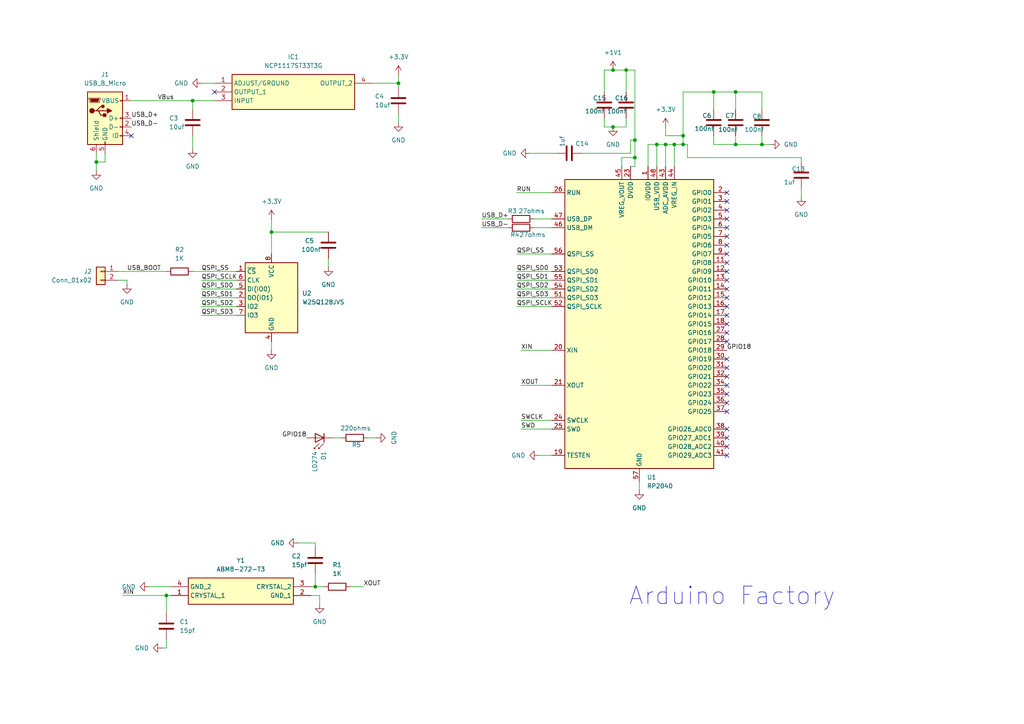
<source format=kicad_sch>
(kicad_sch
	(version 20231120)
	(generator "eeschema")
	(generator_version "8.0")
	(uuid "3958e52b-75f1-432c-a831-aa1f8d146826")
	(paper "A4")
	(lib_symbols
		(symbol "Connector:USB_B_Micro"
			(pin_names
				(offset 1.016)
			)
			(exclude_from_sim no)
			(in_bom yes)
			(on_board yes)
			(property "Reference" "J"
				(at -5.08 11.43 0)
				(effects
					(font
						(size 1.27 1.27)
					)
					(justify left)
				)
			)
			(property "Value" "USB_B_Micro"
				(at -5.08 8.89 0)
				(effects
					(font
						(size 1.27 1.27)
					)
					(justify left)
				)
			)
			(property "Footprint" ""
				(at 3.81 -1.27 0)
				(effects
					(font
						(size 1.27 1.27)
					)
					(hide yes)
				)
			)
			(property "Datasheet" "~"
				(at 3.81 -1.27 0)
				(effects
					(font
						(size 1.27 1.27)
					)
					(hide yes)
				)
			)
			(property "Description" "USB Micro Type B connector"
				(at 0 0 0)
				(effects
					(font
						(size 1.27 1.27)
					)
					(hide yes)
				)
			)
			(property "ki_keywords" "connector USB micro"
				(at 0 0 0)
				(effects
					(font
						(size 1.27 1.27)
					)
					(hide yes)
				)
			)
			(property "ki_fp_filters" "USB*"
				(at 0 0 0)
				(effects
					(font
						(size 1.27 1.27)
					)
					(hide yes)
				)
			)
			(symbol "USB_B_Micro_0_1"
				(rectangle
					(start -5.08 -7.62)
					(end 5.08 7.62)
					(stroke
						(width 0.254)
						(type default)
					)
					(fill
						(type background)
					)
				)
				(circle
					(center -3.81 2.159)
					(radius 0.635)
					(stroke
						(width 0.254)
						(type default)
					)
					(fill
						(type outline)
					)
				)
				(circle
					(center -0.635 3.429)
					(radius 0.381)
					(stroke
						(width 0.254)
						(type default)
					)
					(fill
						(type outline)
					)
				)
				(rectangle
					(start -0.127 -7.62)
					(end 0.127 -6.858)
					(stroke
						(width 0)
						(type default)
					)
					(fill
						(type none)
					)
				)
				(polyline
					(pts
						(xy -1.905 2.159) (xy 0.635 2.159)
					)
					(stroke
						(width 0.254)
						(type default)
					)
					(fill
						(type none)
					)
				)
				(polyline
					(pts
						(xy -3.175 2.159) (xy -2.54 2.159) (xy -1.27 3.429) (xy -0.635 3.429)
					)
					(stroke
						(width 0.254)
						(type default)
					)
					(fill
						(type none)
					)
				)
				(polyline
					(pts
						(xy -2.54 2.159) (xy -1.905 2.159) (xy -1.27 0.889) (xy 0 0.889)
					)
					(stroke
						(width 0.254)
						(type default)
					)
					(fill
						(type none)
					)
				)
				(polyline
					(pts
						(xy 0.635 2.794) (xy 0.635 1.524) (xy 1.905 2.159) (xy 0.635 2.794)
					)
					(stroke
						(width 0.254)
						(type default)
					)
					(fill
						(type outline)
					)
				)
				(polyline
					(pts
						(xy -4.318 5.588) (xy -1.778 5.588) (xy -2.032 4.826) (xy -4.064 4.826) (xy -4.318 5.588)
					)
					(stroke
						(width 0)
						(type default)
					)
					(fill
						(type outline)
					)
				)
				(polyline
					(pts
						(xy -4.699 5.842) (xy -4.699 5.588) (xy -4.445 4.826) (xy -4.445 4.572) (xy -1.651 4.572) (xy -1.651 4.826)
						(xy -1.397 5.588) (xy -1.397 5.842) (xy -4.699 5.842)
					)
					(stroke
						(width 0)
						(type default)
					)
					(fill
						(type none)
					)
				)
				(rectangle
					(start 0.254 1.27)
					(end -0.508 0.508)
					(stroke
						(width 0.254)
						(type default)
					)
					(fill
						(type outline)
					)
				)
				(rectangle
					(start 5.08 -5.207)
					(end 4.318 -4.953)
					(stroke
						(width 0)
						(type default)
					)
					(fill
						(type none)
					)
				)
				(rectangle
					(start 5.08 -2.667)
					(end 4.318 -2.413)
					(stroke
						(width 0)
						(type default)
					)
					(fill
						(type none)
					)
				)
				(rectangle
					(start 5.08 -0.127)
					(end 4.318 0.127)
					(stroke
						(width 0)
						(type default)
					)
					(fill
						(type none)
					)
				)
				(rectangle
					(start 5.08 4.953)
					(end 4.318 5.207)
					(stroke
						(width 0)
						(type default)
					)
					(fill
						(type none)
					)
				)
			)
			(symbol "USB_B_Micro_1_1"
				(pin power_out line
					(at 7.62 5.08 180)
					(length 2.54)
					(name "VBUS"
						(effects
							(font
								(size 1.27 1.27)
							)
						)
					)
					(number "1"
						(effects
							(font
								(size 1.27 1.27)
							)
						)
					)
				)
				(pin bidirectional line
					(at 7.62 -2.54 180)
					(length 2.54)
					(name "D-"
						(effects
							(font
								(size 1.27 1.27)
							)
						)
					)
					(number "2"
						(effects
							(font
								(size 1.27 1.27)
							)
						)
					)
				)
				(pin bidirectional line
					(at 7.62 0 180)
					(length 2.54)
					(name "D+"
						(effects
							(font
								(size 1.27 1.27)
							)
						)
					)
					(number "3"
						(effects
							(font
								(size 1.27 1.27)
							)
						)
					)
				)
				(pin passive line
					(at 7.62 -5.08 180)
					(length 2.54)
					(name "ID"
						(effects
							(font
								(size 1.27 1.27)
							)
						)
					)
					(number "4"
						(effects
							(font
								(size 1.27 1.27)
							)
						)
					)
				)
				(pin power_out line
					(at 0 -10.16 90)
					(length 2.54)
					(name "GND"
						(effects
							(font
								(size 1.27 1.27)
							)
						)
					)
					(number "5"
						(effects
							(font
								(size 1.27 1.27)
							)
						)
					)
				)
				(pin passive line
					(at -2.54 -10.16 90)
					(length 2.54)
					(name "Shield"
						(effects
							(font
								(size 1.27 1.27)
							)
						)
					)
					(number "6"
						(effects
							(font
								(size 1.27 1.27)
							)
						)
					)
				)
			)
		)
		(symbol "Connector_Generic:Conn_01x02"
			(pin_names
				(offset 1.016) hide)
			(exclude_from_sim no)
			(in_bom yes)
			(on_board yes)
			(property "Reference" "J"
				(at 0 2.54 0)
				(effects
					(font
						(size 1.27 1.27)
					)
				)
			)
			(property "Value" "Conn_01x02"
				(at 0 -5.08 0)
				(effects
					(font
						(size 1.27 1.27)
					)
				)
			)
			(property "Footprint" ""
				(at 0 0 0)
				(effects
					(font
						(size 1.27 1.27)
					)
					(hide yes)
				)
			)
			(property "Datasheet" "~"
				(at 0 0 0)
				(effects
					(font
						(size 1.27 1.27)
					)
					(hide yes)
				)
			)
			(property "Description" "Generic connector, single row, 01x02, script generated (kicad-library-utils/schlib/autogen/connector/)"
				(at 0 0 0)
				(effects
					(font
						(size 1.27 1.27)
					)
					(hide yes)
				)
			)
			(property "ki_keywords" "connector"
				(at 0 0 0)
				(effects
					(font
						(size 1.27 1.27)
					)
					(hide yes)
				)
			)
			(property "ki_fp_filters" "Connector*:*_1x??_*"
				(at 0 0 0)
				(effects
					(font
						(size 1.27 1.27)
					)
					(hide yes)
				)
			)
			(symbol "Conn_01x02_1_1"
				(rectangle
					(start -1.27 -2.413)
					(end 0 -2.667)
					(stroke
						(width 0.1524)
						(type default)
					)
					(fill
						(type none)
					)
				)
				(rectangle
					(start -1.27 0.127)
					(end 0 -0.127)
					(stroke
						(width 0.1524)
						(type default)
					)
					(fill
						(type none)
					)
				)
				(rectangle
					(start -1.27 1.27)
					(end 1.27 -3.81)
					(stroke
						(width 0.254)
						(type default)
					)
					(fill
						(type background)
					)
				)
				(pin passive line
					(at -5.08 0 0)
					(length 3.81)
					(name "Pin_1"
						(effects
							(font
								(size 1.27 1.27)
							)
						)
					)
					(number "1"
						(effects
							(font
								(size 1.27 1.27)
							)
						)
					)
				)
				(pin passive line
					(at -5.08 -2.54 0)
					(length 3.81)
					(name "Pin_2"
						(effects
							(font
								(size 1.27 1.27)
							)
						)
					)
					(number "2"
						(effects
							(font
								(size 1.27 1.27)
							)
						)
					)
				)
			)
		)
		(symbol "Crystal ABM8:ABM8-272-T3"
			(exclude_from_sim no)
			(in_bom yes)
			(on_board yes)
			(property "Reference" "Y"
				(at 36.83 7.62 0)
				(effects
					(font
						(size 1.27 1.27)
					)
					(justify left top)
				)
			)
			(property "Value" "ABM8-272-T3"
				(at 36.83 5.08 0)
				(effects
					(font
						(size 1.27 1.27)
					)
					(justify left top)
				)
			)
			(property "Footprint" "ABM8272T3"
				(at 36.83 -94.92 0)
				(effects
					(font
						(size 1.27 1.27)
					)
					(justify left top)
					(hide yes)
				)
			)
			(property "Datasheet" "https://abracon.com/datasheets/ABM8-272-T3.pdf"
				(at 36.83 -194.92 0)
				(effects
					(font
						(size 1.27 1.27)
					)
					(justify left top)
					(hide yes)
				)
			)
			(property "Description" "Crystal, 12 MHz, SMD, 3.2mm x 2.5mm, 30 ppm, 10 pF, 30 ppm, ABM8 Series"
				(at 0 0 0)
				(effects
					(font
						(size 1.27 1.27)
					)
					(hide yes)
				)
			)
			(property "Height" "0.8"
				(at 36.83 -394.92 0)
				(effects
					(font
						(size 1.27 1.27)
					)
					(justify left top)
					(hide yes)
				)
			)
			(property "Mouser Part Number" "815-ABM8-272-T3"
				(at 36.83 -494.92 0)
				(effects
					(font
						(size 1.27 1.27)
					)
					(justify left top)
					(hide yes)
				)
			)
			(property "Mouser Price/Stock" "https://www.mouser.co.uk/ProductDetail/ABRACON/ABM8-272-T3?qs=QpmGXVUTftEj6miOiJBMxQ%3D%3D"
				(at 36.83 -594.92 0)
				(effects
					(font
						(size 1.27 1.27)
					)
					(justify left top)
					(hide yes)
				)
			)
			(property "Manufacturer_Name" "ABRACON"
				(at 36.83 -694.92 0)
				(effects
					(font
						(size 1.27 1.27)
					)
					(justify left top)
					(hide yes)
				)
			)
			(property "Manufacturer_Part_Number" "ABM8-272-T3"
				(at 36.83 -794.92 0)
				(effects
					(font
						(size 1.27 1.27)
					)
					(justify left top)
					(hide yes)
				)
			)
			(symbol "ABM8-272-T3_1_1"
				(rectangle
					(start 5.08 2.54)
					(end 35.56 -5.08)
					(stroke
						(width 0.254)
						(type default)
					)
					(fill
						(type background)
					)
				)
				(pin passive line
					(at 0 -2.54 0)
					(length 5.08)
					(name "CRYSTAL_1"
						(effects
							(font
								(size 1.27 1.27)
							)
						)
					)
					(number "1"
						(effects
							(font
								(size 1.27 1.27)
							)
						)
					)
				)
				(pin passive line
					(at 40.64 -2.54 180)
					(length 5.08)
					(name "GND_1"
						(effects
							(font
								(size 1.27 1.27)
							)
						)
					)
					(number "2"
						(effects
							(font
								(size 1.27 1.27)
							)
						)
					)
				)
				(pin passive line
					(at 40.64 0 180)
					(length 5.08)
					(name "CRYSTAL_2"
						(effects
							(font
								(size 1.27 1.27)
							)
						)
					)
					(number "3"
						(effects
							(font
								(size 1.27 1.27)
							)
						)
					)
				)
				(pin passive line
					(at 0 0 0)
					(length 5.08)
					(name "GND_2"
						(effects
							(font
								(size 1.27 1.27)
							)
						)
					)
					(number "4"
						(effects
							(font
								(size 1.27 1.27)
							)
						)
					)
				)
			)
		)
		(symbol "Device:C"
			(pin_numbers hide)
			(pin_names
				(offset 0.254)
			)
			(exclude_from_sim no)
			(in_bom yes)
			(on_board yes)
			(property "Reference" "C"
				(at 0.635 2.54 0)
				(effects
					(font
						(size 1.27 1.27)
					)
					(justify left)
				)
			)
			(property "Value" "C"
				(at 0.635 -2.54 0)
				(effects
					(font
						(size 1.27 1.27)
					)
					(justify left)
				)
			)
			(property "Footprint" ""
				(at 0.9652 -3.81 0)
				(effects
					(font
						(size 1.27 1.27)
					)
					(hide yes)
				)
			)
			(property "Datasheet" "~"
				(at 0 0 0)
				(effects
					(font
						(size 1.27 1.27)
					)
					(hide yes)
				)
			)
			(property "Description" "Unpolarized capacitor"
				(at 0 0 0)
				(effects
					(font
						(size 1.27 1.27)
					)
					(hide yes)
				)
			)
			(property "ki_keywords" "cap capacitor"
				(at 0 0 0)
				(effects
					(font
						(size 1.27 1.27)
					)
					(hide yes)
				)
			)
			(property "ki_fp_filters" "C_*"
				(at 0 0 0)
				(effects
					(font
						(size 1.27 1.27)
					)
					(hide yes)
				)
			)
			(symbol "C_0_1"
				(polyline
					(pts
						(xy -2.032 -0.762) (xy 2.032 -0.762)
					)
					(stroke
						(width 0.508)
						(type default)
					)
					(fill
						(type none)
					)
				)
				(polyline
					(pts
						(xy -2.032 0.762) (xy 2.032 0.762)
					)
					(stroke
						(width 0.508)
						(type default)
					)
					(fill
						(type none)
					)
				)
			)
			(symbol "C_1_1"
				(pin passive line
					(at 0 3.81 270)
					(length 2.794)
					(name "~"
						(effects
							(font
								(size 1.27 1.27)
							)
						)
					)
					(number "1"
						(effects
							(font
								(size 1.27 1.27)
							)
						)
					)
				)
				(pin passive line
					(at 0 -3.81 90)
					(length 2.794)
					(name "~"
						(effects
							(font
								(size 1.27 1.27)
							)
						)
					)
					(number "2"
						(effects
							(font
								(size 1.27 1.27)
							)
						)
					)
				)
			)
		)
		(symbol "Device:R"
			(pin_numbers hide)
			(pin_names
				(offset 0)
			)
			(exclude_from_sim no)
			(in_bom yes)
			(on_board yes)
			(property "Reference" "R"
				(at 2.032 0 90)
				(effects
					(font
						(size 1.27 1.27)
					)
				)
			)
			(property "Value" "R"
				(at 0 0 90)
				(effects
					(font
						(size 1.27 1.27)
					)
				)
			)
			(property "Footprint" ""
				(at -1.778 0 90)
				(effects
					(font
						(size 1.27 1.27)
					)
					(hide yes)
				)
			)
			(property "Datasheet" "~"
				(at 0 0 0)
				(effects
					(font
						(size 1.27 1.27)
					)
					(hide yes)
				)
			)
			(property "Description" "Resistor"
				(at 0 0 0)
				(effects
					(font
						(size 1.27 1.27)
					)
					(hide yes)
				)
			)
			(property "ki_keywords" "R res resistor"
				(at 0 0 0)
				(effects
					(font
						(size 1.27 1.27)
					)
					(hide yes)
				)
			)
			(property "ki_fp_filters" "R_*"
				(at 0 0 0)
				(effects
					(font
						(size 1.27 1.27)
					)
					(hide yes)
				)
			)
			(symbol "R_0_1"
				(rectangle
					(start -1.016 -2.54)
					(end 1.016 2.54)
					(stroke
						(width 0.254)
						(type default)
					)
					(fill
						(type none)
					)
				)
			)
			(symbol "R_1_1"
				(pin passive line
					(at 0 3.81 270)
					(length 1.27)
					(name "~"
						(effects
							(font
								(size 1.27 1.27)
							)
						)
					)
					(number "1"
						(effects
							(font
								(size 1.27 1.27)
							)
						)
					)
				)
				(pin passive line
					(at 0 -3.81 90)
					(length 1.27)
					(name "~"
						(effects
							(font
								(size 1.27 1.27)
							)
						)
					)
					(number "2"
						(effects
							(font
								(size 1.27 1.27)
							)
						)
					)
				)
			)
		)
		(symbol "LED:LD274"
			(pin_numbers hide)
			(pin_names
				(offset 1.016) hide)
			(exclude_from_sim no)
			(in_bom yes)
			(on_board yes)
			(property "Reference" "D"
				(at 0.508 1.778 0)
				(effects
					(font
						(size 1.27 1.27)
					)
					(justify left)
				)
			)
			(property "Value" "LD274"
				(at -1.016 -2.794 0)
				(effects
					(font
						(size 1.27 1.27)
					)
				)
			)
			(property "Footprint" "LED_THT:LED_D5.0mm_IRGrey"
				(at 0 4.445 0)
				(effects
					(font
						(size 1.27 1.27)
					)
					(hide yes)
				)
			)
			(property "Datasheet" "http://pdf.datasheetcatalog.com/datasheet/siemens/LD274.pdf"
				(at -1.27 0 0)
				(effects
					(font
						(size 1.27 1.27)
					)
					(hide yes)
				)
			)
			(property "Description" "950nm IR-LED, 5mm"
				(at 0 0 0)
				(effects
					(font
						(size 1.27 1.27)
					)
					(hide yes)
				)
			)
			(property "ki_keywords" "IR LED"
				(at 0 0 0)
				(effects
					(font
						(size 1.27 1.27)
					)
					(hide yes)
				)
			)
			(property "ki_fp_filters" "LED*5.0mm*IRGrey*"
				(at 0 0 0)
				(effects
					(font
						(size 1.27 1.27)
					)
					(hide yes)
				)
			)
			(symbol "LD274_0_1"
				(polyline
					(pts
						(xy -2.54 1.27) (xy -2.54 -1.27)
					)
					(stroke
						(width 0.254)
						(type default)
					)
					(fill
						(type none)
					)
				)
				(polyline
					(pts
						(xy 0 0) (xy -2.54 0)
					)
					(stroke
						(width 0)
						(type default)
					)
					(fill
						(type none)
					)
				)
				(polyline
					(pts
						(xy 0.381 3.175) (xy -0.127 3.175)
					)
					(stroke
						(width 0)
						(type default)
					)
					(fill
						(type none)
					)
				)
				(polyline
					(pts
						(xy -1.143 1.651) (xy 0.381 3.175) (xy 0.381 2.667)
					)
					(stroke
						(width 0)
						(type default)
					)
					(fill
						(type none)
					)
				)
				(polyline
					(pts
						(xy 0 -1.27) (xy -2.54 0) (xy 0 1.27) (xy 0 -1.27)
					)
					(stroke
						(width 0.254)
						(type default)
					)
					(fill
						(type none)
					)
				)
				(polyline
					(pts
						(xy -2.413 1.651) (xy -0.889 3.175) (xy -0.889 2.667) (xy -0.889 3.175) (xy -1.397 3.175)
					)
					(stroke
						(width 0)
						(type default)
					)
					(fill
						(type none)
					)
				)
			)
			(symbol "LD274_1_1"
				(pin passive line
					(at -5.08 0 0)
					(length 2.54)
					(name "K"
						(effects
							(font
								(size 1.27 1.27)
							)
						)
					)
					(number "1"
						(effects
							(font
								(size 1.27 1.27)
							)
						)
					)
				)
				(pin passive line
					(at 2.54 0 180)
					(length 2.54)
					(name "A"
						(effects
							(font
								(size 1.27 1.27)
							)
						)
					)
					(number "2"
						(effects
							(font
								(size 1.27 1.27)
							)
						)
					)
				)
			)
		)
		(symbol "MCU_RaspberryPi:RP2040"
			(exclude_from_sim no)
			(in_bom yes)
			(on_board yes)
			(property "Reference" "U"
				(at 17.78 45.72 0)
				(effects
					(font
						(size 1.27 1.27)
					)
				)
			)
			(property "Value" "RP2040"
				(at 17.78 43.18 0)
				(effects
					(font
						(size 1.27 1.27)
					)
				)
			)
			(property "Footprint" "Package_DFN_QFN:QFN-56-1EP_7x7mm_P0.4mm_EP3.2x3.2mm"
				(at 0 0 0)
				(effects
					(font
						(size 1.27 1.27)
					)
					(hide yes)
				)
			)
			(property "Datasheet" "https://datasheets.raspberrypi.com/rp2040/rp2040-datasheet.pdf"
				(at 0 0 0)
				(effects
					(font
						(size 1.27 1.27)
					)
					(hide yes)
				)
			)
			(property "Description" "A microcontroller by Raspberry Pi"
				(at 0 0 0)
				(effects
					(font
						(size 1.27 1.27)
					)
					(hide yes)
				)
			)
			(property "ki_keywords" "RP2040 ARM Cortex-M0+ USB"
				(at 0 0 0)
				(effects
					(font
						(size 1.27 1.27)
					)
					(hide yes)
				)
			)
			(property "ki_fp_filters" "QFN*1EP*7x7mm?P0.4mm*"
				(at 0 0 0)
				(effects
					(font
						(size 1.27 1.27)
					)
					(hide yes)
				)
			)
			(symbol "RP2040_0_1"
				(rectangle
					(start -21.59 41.91)
					(end 21.59 -41.91)
					(stroke
						(width 0.254)
						(type default)
					)
					(fill
						(type background)
					)
				)
			)
			(symbol "RP2040_1_1"
				(pin power_in line
					(at 2.54 45.72 270)
					(length 3.81)
					(name "IOVDD"
						(effects
							(font
								(size 1.27 1.27)
							)
						)
					)
					(number "1"
						(effects
							(font
								(size 1.27 1.27)
							)
						)
					)
				)
				(pin passive line
					(at 2.54 45.72 270)
					(length 3.81) hide
					(name "IOVDD"
						(effects
							(font
								(size 1.27 1.27)
							)
						)
					)
					(number "10"
						(effects
							(font
								(size 1.27 1.27)
							)
						)
					)
				)
				(pin bidirectional line
					(at 25.4 17.78 180)
					(length 3.81)
					(name "GPIO8"
						(effects
							(font
								(size 1.27 1.27)
							)
						)
					)
					(number "11"
						(effects
							(font
								(size 1.27 1.27)
							)
						)
					)
				)
				(pin bidirectional line
					(at 25.4 15.24 180)
					(length 3.81)
					(name "GPIO9"
						(effects
							(font
								(size 1.27 1.27)
							)
						)
					)
					(number "12"
						(effects
							(font
								(size 1.27 1.27)
							)
						)
					)
				)
				(pin bidirectional line
					(at 25.4 12.7 180)
					(length 3.81)
					(name "GPIO10"
						(effects
							(font
								(size 1.27 1.27)
							)
						)
					)
					(number "13"
						(effects
							(font
								(size 1.27 1.27)
							)
						)
					)
				)
				(pin bidirectional line
					(at 25.4 10.16 180)
					(length 3.81)
					(name "GPIO11"
						(effects
							(font
								(size 1.27 1.27)
							)
						)
					)
					(number "14"
						(effects
							(font
								(size 1.27 1.27)
							)
						)
					)
				)
				(pin bidirectional line
					(at 25.4 7.62 180)
					(length 3.81)
					(name "GPIO12"
						(effects
							(font
								(size 1.27 1.27)
							)
						)
					)
					(number "15"
						(effects
							(font
								(size 1.27 1.27)
							)
						)
					)
				)
				(pin bidirectional line
					(at 25.4 5.08 180)
					(length 3.81)
					(name "GPIO13"
						(effects
							(font
								(size 1.27 1.27)
							)
						)
					)
					(number "16"
						(effects
							(font
								(size 1.27 1.27)
							)
						)
					)
				)
				(pin bidirectional line
					(at 25.4 2.54 180)
					(length 3.81)
					(name "GPIO14"
						(effects
							(font
								(size 1.27 1.27)
							)
						)
					)
					(number "17"
						(effects
							(font
								(size 1.27 1.27)
							)
						)
					)
				)
				(pin bidirectional line
					(at 25.4 0 180)
					(length 3.81)
					(name "GPIO15"
						(effects
							(font
								(size 1.27 1.27)
							)
						)
					)
					(number "18"
						(effects
							(font
								(size 1.27 1.27)
							)
						)
					)
				)
				(pin input line
					(at -25.4 -38.1 0)
					(length 3.81)
					(name "TESTEN"
						(effects
							(font
								(size 1.27 1.27)
							)
						)
					)
					(number "19"
						(effects
							(font
								(size 1.27 1.27)
							)
						)
					)
				)
				(pin bidirectional line
					(at 25.4 38.1 180)
					(length 3.81)
					(name "GPIO0"
						(effects
							(font
								(size 1.27 1.27)
							)
						)
					)
					(number "2"
						(effects
							(font
								(size 1.27 1.27)
							)
						)
					)
				)
				(pin input line
					(at -25.4 -7.62 0)
					(length 3.81)
					(name "XIN"
						(effects
							(font
								(size 1.27 1.27)
							)
						)
					)
					(number "20"
						(effects
							(font
								(size 1.27 1.27)
							)
						)
					)
				)
				(pin passive line
					(at -25.4 -17.78 0)
					(length 3.81)
					(name "XOUT"
						(effects
							(font
								(size 1.27 1.27)
							)
						)
					)
					(number "21"
						(effects
							(font
								(size 1.27 1.27)
							)
						)
					)
				)
				(pin passive line
					(at 2.54 45.72 270)
					(length 3.81) hide
					(name "IOVDD"
						(effects
							(font
								(size 1.27 1.27)
							)
						)
					)
					(number "22"
						(effects
							(font
								(size 1.27 1.27)
							)
						)
					)
				)
				(pin power_in line
					(at -2.54 45.72 270)
					(length 3.81)
					(name "DVDD"
						(effects
							(font
								(size 1.27 1.27)
							)
						)
					)
					(number "23"
						(effects
							(font
								(size 1.27 1.27)
							)
						)
					)
				)
				(pin input line
					(at -25.4 -27.94 0)
					(length 3.81)
					(name "SWCLK"
						(effects
							(font
								(size 1.27 1.27)
							)
						)
					)
					(number "24"
						(effects
							(font
								(size 1.27 1.27)
							)
						)
					)
				)
				(pin bidirectional line
					(at -25.4 -30.48 0)
					(length 3.81)
					(name "SWD"
						(effects
							(font
								(size 1.27 1.27)
							)
						)
					)
					(number "25"
						(effects
							(font
								(size 1.27 1.27)
							)
						)
					)
				)
				(pin input line
					(at -25.4 38.1 0)
					(length 3.81)
					(name "RUN"
						(effects
							(font
								(size 1.27 1.27)
							)
						)
					)
					(number "26"
						(effects
							(font
								(size 1.27 1.27)
							)
						)
					)
				)
				(pin bidirectional line
					(at 25.4 -2.54 180)
					(length 3.81)
					(name "GPIO16"
						(effects
							(font
								(size 1.27 1.27)
							)
						)
					)
					(number "27"
						(effects
							(font
								(size 1.27 1.27)
							)
						)
					)
				)
				(pin bidirectional line
					(at 25.4 -5.08 180)
					(length 3.81)
					(name "GPIO17"
						(effects
							(font
								(size 1.27 1.27)
							)
						)
					)
					(number "28"
						(effects
							(font
								(size 1.27 1.27)
							)
						)
					)
				)
				(pin bidirectional line
					(at 25.4 -7.62 180)
					(length 3.81)
					(name "GPIO18"
						(effects
							(font
								(size 1.27 1.27)
							)
						)
					)
					(number "29"
						(effects
							(font
								(size 1.27 1.27)
							)
						)
					)
				)
				(pin bidirectional line
					(at 25.4 35.56 180)
					(length 3.81)
					(name "GPIO1"
						(effects
							(font
								(size 1.27 1.27)
							)
						)
					)
					(number "3"
						(effects
							(font
								(size 1.27 1.27)
							)
						)
					)
				)
				(pin bidirectional line
					(at 25.4 -10.16 180)
					(length 3.81)
					(name "GPIO19"
						(effects
							(font
								(size 1.27 1.27)
							)
						)
					)
					(number "30"
						(effects
							(font
								(size 1.27 1.27)
							)
						)
					)
				)
				(pin bidirectional line
					(at 25.4 -12.7 180)
					(length 3.81)
					(name "GPIO20"
						(effects
							(font
								(size 1.27 1.27)
							)
						)
					)
					(number "31"
						(effects
							(font
								(size 1.27 1.27)
							)
						)
					)
				)
				(pin bidirectional line
					(at 25.4 -15.24 180)
					(length 3.81)
					(name "GPIO21"
						(effects
							(font
								(size 1.27 1.27)
							)
						)
					)
					(number "32"
						(effects
							(font
								(size 1.27 1.27)
							)
						)
					)
				)
				(pin passive line
					(at 2.54 45.72 270)
					(length 3.81) hide
					(name "IOVDD"
						(effects
							(font
								(size 1.27 1.27)
							)
						)
					)
					(number "33"
						(effects
							(font
								(size 1.27 1.27)
							)
						)
					)
				)
				(pin bidirectional line
					(at 25.4 -17.78 180)
					(length 3.81)
					(name "GPIO22"
						(effects
							(font
								(size 1.27 1.27)
							)
						)
					)
					(number "34"
						(effects
							(font
								(size 1.27 1.27)
							)
						)
					)
				)
				(pin bidirectional line
					(at 25.4 -20.32 180)
					(length 3.81)
					(name "GPIO23"
						(effects
							(font
								(size 1.27 1.27)
							)
						)
					)
					(number "35"
						(effects
							(font
								(size 1.27 1.27)
							)
						)
					)
				)
				(pin bidirectional line
					(at 25.4 -22.86 180)
					(length 3.81)
					(name "GPIO24"
						(effects
							(font
								(size 1.27 1.27)
							)
						)
					)
					(number "36"
						(effects
							(font
								(size 1.27 1.27)
							)
						)
					)
				)
				(pin bidirectional line
					(at 25.4 -25.4 180)
					(length 3.81)
					(name "GPIO25"
						(effects
							(font
								(size 1.27 1.27)
							)
						)
					)
					(number "37"
						(effects
							(font
								(size 1.27 1.27)
							)
						)
					)
				)
				(pin bidirectional line
					(at 25.4 -30.48 180)
					(length 3.81)
					(name "GPIO26_ADC0"
						(effects
							(font
								(size 1.27 1.27)
							)
						)
					)
					(number "38"
						(effects
							(font
								(size 1.27 1.27)
							)
						)
					)
				)
				(pin bidirectional line
					(at 25.4 -33.02 180)
					(length 3.81)
					(name "GPIO27_ADC1"
						(effects
							(font
								(size 1.27 1.27)
							)
						)
					)
					(number "39"
						(effects
							(font
								(size 1.27 1.27)
							)
						)
					)
				)
				(pin bidirectional line
					(at 25.4 33.02 180)
					(length 3.81)
					(name "GPIO2"
						(effects
							(font
								(size 1.27 1.27)
							)
						)
					)
					(number "4"
						(effects
							(font
								(size 1.27 1.27)
							)
						)
					)
				)
				(pin bidirectional line
					(at 25.4 -35.56 180)
					(length 3.81)
					(name "GPIO28_ADC2"
						(effects
							(font
								(size 1.27 1.27)
							)
						)
					)
					(number "40"
						(effects
							(font
								(size 1.27 1.27)
							)
						)
					)
				)
				(pin bidirectional line
					(at 25.4 -38.1 180)
					(length 3.81)
					(name "GPIO29_ADC3"
						(effects
							(font
								(size 1.27 1.27)
							)
						)
					)
					(number "41"
						(effects
							(font
								(size 1.27 1.27)
							)
						)
					)
				)
				(pin passive line
					(at 2.54 45.72 270)
					(length 3.81) hide
					(name "IOVDD"
						(effects
							(font
								(size 1.27 1.27)
							)
						)
					)
					(number "42"
						(effects
							(font
								(size 1.27 1.27)
							)
						)
					)
				)
				(pin power_in line
					(at 7.62 45.72 270)
					(length 3.81)
					(name "ADC_AVDD"
						(effects
							(font
								(size 1.27 1.27)
							)
						)
					)
					(number "43"
						(effects
							(font
								(size 1.27 1.27)
							)
						)
					)
				)
				(pin power_in line
					(at 10.16 45.72 270)
					(length 3.81)
					(name "VREG_IN"
						(effects
							(font
								(size 1.27 1.27)
							)
						)
					)
					(number "44"
						(effects
							(font
								(size 1.27 1.27)
							)
						)
					)
				)
				(pin power_out line
					(at -5.08 45.72 270)
					(length 3.81)
					(name "VREG_VOUT"
						(effects
							(font
								(size 1.27 1.27)
							)
						)
					)
					(number "45"
						(effects
							(font
								(size 1.27 1.27)
							)
						)
					)
				)
				(pin bidirectional line
					(at -25.4 27.94 0)
					(length 3.81)
					(name "USB_DM"
						(effects
							(font
								(size 1.27 1.27)
							)
						)
					)
					(number "46"
						(effects
							(font
								(size 1.27 1.27)
							)
						)
					)
				)
				(pin bidirectional line
					(at -25.4 30.48 0)
					(length 3.81)
					(name "USB_DP"
						(effects
							(font
								(size 1.27 1.27)
							)
						)
					)
					(number "47"
						(effects
							(font
								(size 1.27 1.27)
							)
						)
					)
				)
				(pin power_in line
					(at 5.08 45.72 270)
					(length 3.81)
					(name "USB_VDD"
						(effects
							(font
								(size 1.27 1.27)
							)
						)
					)
					(number "48"
						(effects
							(font
								(size 1.27 1.27)
							)
						)
					)
				)
				(pin passive line
					(at 2.54 45.72 270)
					(length 3.81) hide
					(name "IOVDD"
						(effects
							(font
								(size 1.27 1.27)
							)
						)
					)
					(number "49"
						(effects
							(font
								(size 1.27 1.27)
							)
						)
					)
				)
				(pin bidirectional line
					(at 25.4 30.48 180)
					(length 3.81)
					(name "GPIO3"
						(effects
							(font
								(size 1.27 1.27)
							)
						)
					)
					(number "5"
						(effects
							(font
								(size 1.27 1.27)
							)
						)
					)
				)
				(pin passive line
					(at -2.54 45.72 270)
					(length 3.81) hide
					(name "DVDD"
						(effects
							(font
								(size 1.27 1.27)
							)
						)
					)
					(number "50"
						(effects
							(font
								(size 1.27 1.27)
							)
						)
					)
				)
				(pin bidirectional line
					(at -25.4 7.62 0)
					(length 3.81)
					(name "QSPI_SD3"
						(effects
							(font
								(size 1.27 1.27)
							)
						)
					)
					(number "51"
						(effects
							(font
								(size 1.27 1.27)
							)
						)
					)
				)
				(pin output line
					(at -25.4 5.08 0)
					(length 3.81)
					(name "QSPI_SCLK"
						(effects
							(font
								(size 1.27 1.27)
							)
						)
					)
					(number "52"
						(effects
							(font
								(size 1.27 1.27)
							)
						)
					)
				)
				(pin bidirectional line
					(at -25.4 15.24 0)
					(length 3.81)
					(name "QSPI_SD0"
						(effects
							(font
								(size 1.27 1.27)
							)
						)
					)
					(number "53"
						(effects
							(font
								(size 1.27 1.27)
							)
						)
					)
				)
				(pin bidirectional line
					(at -25.4 10.16 0)
					(length 3.81)
					(name "QSPI_SD2"
						(effects
							(font
								(size 1.27 1.27)
							)
						)
					)
					(number "54"
						(effects
							(font
								(size 1.27 1.27)
							)
						)
					)
				)
				(pin bidirectional line
					(at -25.4 12.7 0)
					(length 3.81)
					(name "QSPI_SD1"
						(effects
							(font
								(size 1.27 1.27)
							)
						)
					)
					(number "55"
						(effects
							(font
								(size 1.27 1.27)
							)
						)
					)
				)
				(pin bidirectional line
					(at -25.4 20.32 0)
					(length 3.81)
					(name "QSPI_SS"
						(effects
							(font
								(size 1.27 1.27)
							)
						)
					)
					(number "56"
						(effects
							(font
								(size 1.27 1.27)
							)
						)
					)
				)
				(pin power_in line
					(at 0 -45.72 90)
					(length 3.81)
					(name "GND"
						(effects
							(font
								(size 1.27 1.27)
							)
						)
					)
					(number "57"
						(effects
							(font
								(size 1.27 1.27)
							)
						)
					)
				)
				(pin bidirectional line
					(at 25.4 27.94 180)
					(length 3.81)
					(name "GPIO4"
						(effects
							(font
								(size 1.27 1.27)
							)
						)
					)
					(number "6"
						(effects
							(font
								(size 1.27 1.27)
							)
						)
					)
				)
				(pin bidirectional line
					(at 25.4 25.4 180)
					(length 3.81)
					(name "GPIO5"
						(effects
							(font
								(size 1.27 1.27)
							)
						)
					)
					(number "7"
						(effects
							(font
								(size 1.27 1.27)
							)
						)
					)
				)
				(pin bidirectional line
					(at 25.4 22.86 180)
					(length 3.81)
					(name "GPIO6"
						(effects
							(font
								(size 1.27 1.27)
							)
						)
					)
					(number "8"
						(effects
							(font
								(size 1.27 1.27)
							)
						)
					)
				)
				(pin bidirectional line
					(at 25.4 20.32 180)
					(length 3.81)
					(name "GPIO7"
						(effects
							(font
								(size 1.27 1.27)
							)
						)
					)
					(number "9"
						(effects
							(font
								(size 1.27 1.27)
							)
						)
					)
				)
			)
		)
		(symbol "Memory_Flash:W25Q128JVS"
			(exclude_from_sim no)
			(in_bom yes)
			(on_board yes)
			(property "Reference" "U"
				(at -8.89 8.89 0)
				(effects
					(font
						(size 1.27 1.27)
					)
				)
			)
			(property "Value" "W25Q128JVS"
				(at 7.62 8.89 0)
				(effects
					(font
						(size 1.27 1.27)
					)
				)
			)
			(property "Footprint" "Package_SO:SOIC-8_5.23x5.23mm_P1.27mm"
				(at 0 0 0)
				(effects
					(font
						(size 1.27 1.27)
					)
					(hide yes)
				)
			)
			(property "Datasheet" "http://www.winbond.com/resource-files/w25q128jv_dtr%20revc%2003272018%20plus.pdf"
				(at 0 0 0)
				(effects
					(font
						(size 1.27 1.27)
					)
					(hide yes)
				)
			)
			(property "Description" "128Mb Serial Flash Memory, Standard/Dual/Quad SPI, SOIC-8"
				(at 0 0 0)
				(effects
					(font
						(size 1.27 1.27)
					)
					(hide yes)
				)
			)
			(property "ki_keywords" "flash memory SPI QPI DTR"
				(at 0 0 0)
				(effects
					(font
						(size 1.27 1.27)
					)
					(hide yes)
				)
			)
			(property "ki_fp_filters" "SOIC*5.23x5.23mm*P1.27mm*"
				(at 0 0 0)
				(effects
					(font
						(size 1.27 1.27)
					)
					(hide yes)
				)
			)
			(symbol "W25Q128JVS_0_1"
				(rectangle
					(start -7.62 10.16)
					(end 7.62 -10.16)
					(stroke
						(width 0.254)
						(type default)
					)
					(fill
						(type background)
					)
				)
			)
			(symbol "W25Q128JVS_1_1"
				(pin input line
					(at -10.16 7.62 0)
					(length 2.54)
					(name "~{CS}"
						(effects
							(font
								(size 1.27 1.27)
							)
						)
					)
					(number "1"
						(effects
							(font
								(size 1.27 1.27)
							)
						)
					)
				)
				(pin bidirectional line
					(at -10.16 0 0)
					(length 2.54)
					(name "DO(IO1)"
						(effects
							(font
								(size 1.27 1.27)
							)
						)
					)
					(number "2"
						(effects
							(font
								(size 1.27 1.27)
							)
						)
					)
				)
				(pin bidirectional line
					(at -10.16 -2.54 0)
					(length 2.54)
					(name "IO2"
						(effects
							(font
								(size 1.27 1.27)
							)
						)
					)
					(number "3"
						(effects
							(font
								(size 1.27 1.27)
							)
						)
					)
				)
				(pin power_in line
					(at 0 -12.7 90)
					(length 2.54)
					(name "GND"
						(effects
							(font
								(size 1.27 1.27)
							)
						)
					)
					(number "4"
						(effects
							(font
								(size 1.27 1.27)
							)
						)
					)
				)
				(pin bidirectional line
					(at -10.16 2.54 0)
					(length 2.54)
					(name "DI(IO0)"
						(effects
							(font
								(size 1.27 1.27)
							)
						)
					)
					(number "5"
						(effects
							(font
								(size 1.27 1.27)
							)
						)
					)
				)
				(pin input line
					(at -10.16 5.08 0)
					(length 2.54)
					(name "CLK"
						(effects
							(font
								(size 1.27 1.27)
							)
						)
					)
					(number "6"
						(effects
							(font
								(size 1.27 1.27)
							)
						)
					)
				)
				(pin bidirectional line
					(at -10.16 -5.08 0)
					(length 2.54)
					(name "IO3"
						(effects
							(font
								(size 1.27 1.27)
							)
						)
					)
					(number "7"
						(effects
							(font
								(size 1.27 1.27)
							)
						)
					)
				)
				(pin power_in line
					(at 0 12.7 270)
					(length 2.54)
					(name "VCC"
						(effects
							(font
								(size 1.27 1.27)
							)
						)
					)
					(number "8"
						(effects
							(font
								(size 1.27 1.27)
							)
						)
					)
				)
			)
		)
		(symbol "power:+1V1"
			(power)
			(pin_numbers hide)
			(pin_names
				(offset 0) hide)
			(exclude_from_sim no)
			(in_bom yes)
			(on_board yes)
			(property "Reference" "#PWR"
				(at 0 -3.81 0)
				(effects
					(font
						(size 1.27 1.27)
					)
					(hide yes)
				)
			)
			(property "Value" "+1V1"
				(at 0 3.556 0)
				(effects
					(font
						(size 1.27 1.27)
					)
				)
			)
			(property "Footprint" ""
				(at 0 0 0)
				(effects
					(font
						(size 1.27 1.27)
					)
					(hide yes)
				)
			)
			(property "Datasheet" ""
				(at 0 0 0)
				(effects
					(font
						(size 1.27 1.27)
					)
					(hide yes)
				)
			)
			(property "Description" "Power symbol creates a global label with name \"+1V1\""
				(at 0 0 0)
				(effects
					(font
						(size 1.27 1.27)
					)
					(hide yes)
				)
			)
			(property "ki_keywords" "global power"
				(at 0 0 0)
				(effects
					(font
						(size 1.27 1.27)
					)
					(hide yes)
				)
			)
			(symbol "+1V1_0_1"
				(polyline
					(pts
						(xy -0.762 1.27) (xy 0 2.54)
					)
					(stroke
						(width 0)
						(type default)
					)
					(fill
						(type none)
					)
				)
				(polyline
					(pts
						(xy 0 0) (xy 0 2.54)
					)
					(stroke
						(width 0)
						(type default)
					)
					(fill
						(type none)
					)
				)
				(polyline
					(pts
						(xy 0 2.54) (xy 0.762 1.27)
					)
					(stroke
						(width 0)
						(type default)
					)
					(fill
						(type none)
					)
				)
			)
			(symbol "+1V1_1_1"
				(pin power_in line
					(at 0 0 90)
					(length 0)
					(name "~"
						(effects
							(font
								(size 1.27 1.27)
							)
						)
					)
					(number "1"
						(effects
							(font
								(size 1.27 1.27)
							)
						)
					)
				)
			)
		)
		(symbol "power:+3.3V"
			(power)
			(pin_numbers hide)
			(pin_names
				(offset 0) hide)
			(exclude_from_sim no)
			(in_bom yes)
			(on_board yes)
			(property "Reference" "#PWR"
				(at 0 -3.81 0)
				(effects
					(font
						(size 1.27 1.27)
					)
					(hide yes)
				)
			)
			(property "Value" "+3.3V"
				(at 0 3.556 0)
				(effects
					(font
						(size 1.27 1.27)
					)
				)
			)
			(property "Footprint" ""
				(at 0 0 0)
				(effects
					(font
						(size 1.27 1.27)
					)
					(hide yes)
				)
			)
			(property "Datasheet" ""
				(at 0 0 0)
				(effects
					(font
						(size 1.27 1.27)
					)
					(hide yes)
				)
			)
			(property "Description" "Power symbol creates a global label with name \"+3.3V\""
				(at 0 0 0)
				(effects
					(font
						(size 1.27 1.27)
					)
					(hide yes)
				)
			)
			(property "ki_keywords" "global power"
				(at 0 0 0)
				(effects
					(font
						(size 1.27 1.27)
					)
					(hide yes)
				)
			)
			(symbol "+3.3V_0_1"
				(polyline
					(pts
						(xy -0.762 1.27) (xy 0 2.54)
					)
					(stroke
						(width 0)
						(type default)
					)
					(fill
						(type none)
					)
				)
				(polyline
					(pts
						(xy 0 0) (xy 0 2.54)
					)
					(stroke
						(width 0)
						(type default)
					)
					(fill
						(type none)
					)
				)
				(polyline
					(pts
						(xy 0 2.54) (xy 0.762 1.27)
					)
					(stroke
						(width 0)
						(type default)
					)
					(fill
						(type none)
					)
				)
			)
			(symbol "+3.3V_1_1"
				(pin power_in line
					(at 0 0 90)
					(length 0)
					(name "~"
						(effects
							(font
								(size 1.27 1.27)
							)
						)
					)
					(number "1"
						(effects
							(font
								(size 1.27 1.27)
							)
						)
					)
				)
			)
		)
		(symbol "power:+3V3"
			(power)
			(pin_numbers hide)
			(pin_names
				(offset 0) hide)
			(exclude_from_sim no)
			(in_bom yes)
			(on_board yes)
			(property "Reference" "#PWR"
				(at 0 -3.81 0)
				(effects
					(font
						(size 1.27 1.27)
					)
					(hide yes)
				)
			)
			(property "Value" "+3V3"
				(at 0 3.556 0)
				(effects
					(font
						(size 1.27 1.27)
					)
				)
			)
			(property "Footprint" ""
				(at 0 0 0)
				(effects
					(font
						(size 1.27 1.27)
					)
					(hide yes)
				)
			)
			(property "Datasheet" ""
				(at 0 0 0)
				(effects
					(font
						(size 1.27 1.27)
					)
					(hide yes)
				)
			)
			(property "Description" "Power symbol creates a global label with name \"+3V3\""
				(at 0 0 0)
				(effects
					(font
						(size 1.27 1.27)
					)
					(hide yes)
				)
			)
			(property "ki_keywords" "global power"
				(at 0 0 0)
				(effects
					(font
						(size 1.27 1.27)
					)
					(hide yes)
				)
			)
			(symbol "+3V3_0_1"
				(polyline
					(pts
						(xy -0.762 1.27) (xy 0 2.54)
					)
					(stroke
						(width 0)
						(type default)
					)
					(fill
						(type none)
					)
				)
				(polyline
					(pts
						(xy 0 0) (xy 0 2.54)
					)
					(stroke
						(width 0)
						(type default)
					)
					(fill
						(type none)
					)
				)
				(polyline
					(pts
						(xy 0 2.54) (xy 0.762 1.27)
					)
					(stroke
						(width 0)
						(type default)
					)
					(fill
						(type none)
					)
				)
			)
			(symbol "+3V3_1_1"
				(pin power_in line
					(at 0 0 90)
					(length 0)
					(name "~"
						(effects
							(font
								(size 1.27 1.27)
							)
						)
					)
					(number "1"
						(effects
							(font
								(size 1.27 1.27)
							)
						)
					)
				)
			)
		)
		(symbol "power:GND"
			(power)
			(pin_numbers hide)
			(pin_names
				(offset 0) hide)
			(exclude_from_sim no)
			(in_bom yes)
			(on_board yes)
			(property "Reference" "#PWR"
				(at 0 -6.35 0)
				(effects
					(font
						(size 1.27 1.27)
					)
					(hide yes)
				)
			)
			(property "Value" "GND"
				(at 0 -3.81 0)
				(effects
					(font
						(size 1.27 1.27)
					)
				)
			)
			(property "Footprint" ""
				(at 0 0 0)
				(effects
					(font
						(size 1.27 1.27)
					)
					(hide yes)
				)
			)
			(property "Datasheet" ""
				(at 0 0 0)
				(effects
					(font
						(size 1.27 1.27)
					)
					(hide yes)
				)
			)
			(property "Description" "Power symbol creates a global label with name \"GND\" , ground"
				(at 0 0 0)
				(effects
					(font
						(size 1.27 1.27)
					)
					(hide yes)
				)
			)
			(property "ki_keywords" "global power"
				(at 0 0 0)
				(effects
					(font
						(size 1.27 1.27)
					)
					(hide yes)
				)
			)
			(symbol "GND_0_1"
				(polyline
					(pts
						(xy 0 0) (xy 0 -1.27) (xy 1.27 -1.27) (xy 0 -2.54) (xy -1.27 -1.27) (xy 0 -1.27)
					)
					(stroke
						(width 0)
						(type default)
					)
					(fill
						(type none)
					)
				)
			)
			(symbol "GND_1_1"
				(pin power_in line
					(at 0 0 270)
					(length 0)
					(name "~"
						(effects
							(font
								(size 1.27 1.27)
							)
						)
					)
					(number "1"
						(effects
							(font
								(size 1.27 1.27)
							)
						)
					)
				)
			)
		)
		(symbol "regulateur tension 3.3V:NCP1117ST33T3G"
			(exclude_from_sim no)
			(in_bom yes)
			(on_board yes)
			(property "Reference" "IC"
				(at 41.91 7.62 0)
				(effects
					(font
						(size 1.27 1.27)
					)
					(justify left top)
				)
			)
			(property "Value" "NCP1117ST33T3G"
				(at 41.91 5.08 0)
				(effects
					(font
						(size 1.27 1.27)
					)
					(justify left top)
				)
			)
			(property "Footprint" "SOT230P700X180-4N"
				(at 41.91 -94.92 0)
				(effects
					(font
						(size 1.27 1.27)
					)
					(justify left top)
					(hide yes)
				)
			)
			(property "Datasheet" "http://www.onsemi.com/pub/Collateral/NCP1117-D.PDF"
				(at 41.91 -194.92 0)
				(effects
					(font
						(size 1.27 1.27)
					)
					(justify left top)
					(hide yes)
				)
			)
			(property "Description" "ON SEMICONDUCTOR - NCP1117ST33T3G - IC, LINEAR VOLTAGE REGULATOR"
				(at 0 0 0)
				(effects
					(font
						(size 1.27 1.27)
					)
					(hide yes)
				)
			)
			(property "Height" "1.8"
				(at 41.91 -394.92 0)
				(effects
					(font
						(size 1.27 1.27)
					)
					(justify left top)
					(hide yes)
				)
			)
			(property "Manufacturer_Name" "onsemi"
				(at 41.91 -494.92 0)
				(effects
					(font
						(size 1.27 1.27)
					)
					(justify left top)
					(hide yes)
				)
			)
			(property "Manufacturer_Part_Number" "NCP1117ST33T3G"
				(at 41.91 -594.92 0)
				(effects
					(font
						(size 1.27 1.27)
					)
					(justify left top)
					(hide yes)
				)
			)
			(property "Mouser Part Number" "863-NCP1117ST33T3G"
				(at 41.91 -694.92 0)
				(effects
					(font
						(size 1.27 1.27)
					)
					(justify left top)
					(hide yes)
				)
			)
			(property "Mouser Price/Stock" "https://www.mouser.co.uk/ProductDetail/onsemi/NCP1117ST33T3G?qs=Gev%252BmEvV0iZb%2FE8ahUDx3w%3D%3D"
				(at 41.91 -794.92 0)
				(effects
					(font
						(size 1.27 1.27)
					)
					(justify left top)
					(hide yes)
				)
			)
			(property "Arrow Part Number" "NCP1117ST33T3G"
				(at 41.91 -894.92 0)
				(effects
					(font
						(size 1.27 1.27)
					)
					(justify left top)
					(hide yes)
				)
			)
			(property "Arrow Price/Stock" "https://www.arrow.com/en/products/ncp1117st33t3g/on-semiconductor?region=europe"
				(at 41.91 -994.92 0)
				(effects
					(font
						(size 1.27 1.27)
					)
					(justify left top)
					(hide yes)
				)
			)
			(symbol "NCP1117ST33T3G_1_1"
				(rectangle
					(start 5.08 2.54)
					(end 40.64 -7.62)
					(stroke
						(width 0.254)
						(type default)
					)
					(fill
						(type background)
					)
				)
				(pin passive line
					(at 0 0 0)
					(length 5.08)
					(name "ADJUST/GROUND"
						(effects
							(font
								(size 1.27 1.27)
							)
						)
					)
					(number "1"
						(effects
							(font
								(size 1.27 1.27)
							)
						)
					)
				)
				(pin passive line
					(at 0 -2.54 0)
					(length 5.08)
					(name "OUTPUT_1"
						(effects
							(font
								(size 1.27 1.27)
							)
						)
					)
					(number "2"
						(effects
							(font
								(size 1.27 1.27)
							)
						)
					)
				)
				(pin passive line
					(at 0 -5.08 0)
					(length 5.08)
					(name "INPUT"
						(effects
							(font
								(size 1.27 1.27)
							)
						)
					)
					(number "3"
						(effects
							(font
								(size 1.27 1.27)
							)
						)
					)
				)
				(pin passive line
					(at 45.72 0 180)
					(length 5.08)
					(name "OUTPUT_2"
						(effects
							(font
								(size 1.27 1.27)
							)
						)
					)
					(number "4"
						(effects
							(font
								(size 1.27 1.27)
							)
						)
					)
				)
			)
		)
	)
	(junction
		(at 193.04 41.91)
		(diameter 0)
		(color 0 0 0 0)
		(uuid "023b9f0c-99b9-45d4-b11b-e6f853cd5efc")
	)
	(junction
		(at 184.15 45.72)
		(diameter 0)
		(color 0 0 0 0)
		(uuid "0339f0fb-6fe7-4d24-8b0c-3c71be192271")
	)
	(junction
		(at 27.94 46.99)
		(diameter 0)
		(color 0 0 0 0)
		(uuid "0af19449-f51b-4d16-b250-412ddd65bedb")
	)
	(junction
		(at 181.61 20.32)
		(diameter 0)
		(color 0 0 0 0)
		(uuid "1e12ded5-b62f-4c36-bf7a-7a1260243380")
	)
	(junction
		(at 213.36 41.91)
		(diameter 0)
		(color 0 0 0 0)
		(uuid "21718e75-fe8d-4ff1-8298-f2f68096a384")
	)
	(junction
		(at 207.01 26.67)
		(diameter 0)
		(color 0 0 0 0)
		(uuid "41151682-48aa-4d34-863c-a8357fd9f06a")
	)
	(junction
		(at 177.8 20.32)
		(diameter 0)
		(color 0 0 0 0)
		(uuid "4f79a2cc-1917-4988-acfa-0835974a0672")
	)
	(junction
		(at 198.12 41.91)
		(diameter 0)
		(color 0 0 0 0)
		(uuid "53a840cf-ef2d-4fc2-b53f-ebd9d60eadf6")
	)
	(junction
		(at 198.12 39.37)
		(diameter 0)
		(color 0 0 0 0)
		(uuid "778d1c52-eb0d-4ca7-bda4-3e25decd9421")
	)
	(junction
		(at 190.5 41.91)
		(diameter 0)
		(color 0 0 0 0)
		(uuid "87b6eb76-0a3c-4aa4-b704-c55759607fc6")
	)
	(junction
		(at 195.58 41.91)
		(diameter 0)
		(color 0 0 0 0)
		(uuid "90cda37f-a873-40d1-a28c-b8f1cbbf99ca")
	)
	(junction
		(at 48.26 172.72)
		(diameter 0)
		(color 0 0 0 0)
		(uuid "94f4fbb3-afde-49c5-b21e-9b59abc9031f")
	)
	(junction
		(at 78.74 67.31)
		(diameter 0)
		(color 0 0 0 0)
		(uuid "a288bbc7-ffe7-4c16-8388-1cf5d58f4178")
	)
	(junction
		(at 115.57 24.13)
		(diameter 0)
		(color 0 0 0 0)
		(uuid "a29e3a70-150e-4d16-9304-b5fd0ab408da")
	)
	(junction
		(at 184.15 40.64)
		(diameter 0)
		(color 0 0 0 0)
		(uuid "aed2c322-eac8-45b5-a2cd-82bad5eff296")
	)
	(junction
		(at 55.88 29.21)
		(diameter 0)
		(color 0 0 0 0)
		(uuid "af65d69d-455e-4bf0-bd91-42dc50c77aed")
	)
	(junction
		(at 177.8 36.83)
		(diameter 0)
		(color 0 0 0 0)
		(uuid "bbedbac6-0b0a-4366-ace3-fa4ca094d779")
	)
	(junction
		(at 91.44 170.18)
		(diameter 0)
		(color 0 0 0 0)
		(uuid "bd000050-f592-4fd3-a3a6-5d0f2287b748")
	)
	(junction
		(at 220.98 41.91)
		(diameter 0)
		(color 0 0 0 0)
		(uuid "d97a5e26-7a6f-4ab6-ab68-73e2436b0cf5")
	)
	(junction
		(at 213.36 26.67)
		(diameter 0)
		(color 0 0 0 0)
		(uuid "e0a2a30d-9b3d-4b8e-b012-a59d7630b888")
	)
	(no_connect
		(at 210.82 68.58)
		(uuid "035c1b1d-c94f-4b47-8f50-aecd9a1ec2cd")
	)
	(no_connect
		(at 210.82 86.36)
		(uuid "209a8fd1-c502-4919-9856-3ceb3697b70e")
	)
	(no_connect
		(at 210.82 132.08)
		(uuid "2371cc67-cd69-44c7-8443-d184b141b98d")
	)
	(no_connect
		(at 210.82 109.22)
		(uuid "3f5748b2-5a36-493f-a11b-37d42902db41")
	)
	(no_connect
		(at 210.82 66.04)
		(uuid "53d2279f-d4b6-48e3-8c66-77298d62952c")
	)
	(no_connect
		(at 62.23 26.67)
		(uuid "61dd744e-ae33-49f7-828f-6247ccfd14e8")
	)
	(no_connect
		(at 210.82 88.9)
		(uuid "759f6e34-fec7-4424-adb8-234334f1fb4c")
	)
	(no_connect
		(at 210.82 76.2)
		(uuid "76f0c64f-0106-4976-8a0a-301a94fb95ac")
	)
	(no_connect
		(at 210.82 104.14)
		(uuid "7788e4e6-7146-4ab5-b8fa-89972033caaf")
	)
	(no_connect
		(at 210.82 91.44)
		(uuid "77ed7ad6-49e2-434e-858f-702fbd549452")
	)
	(no_connect
		(at 210.82 73.66)
		(uuid "809c8616-d52c-4670-b679-306a444c6a71")
	)
	(no_connect
		(at 210.82 127)
		(uuid "8b305162-334f-4048-8386-0aef34ab5919")
	)
	(no_connect
		(at 210.82 83.82)
		(uuid "8dd45b3a-7b5b-4081-925a-d27e1aca2d64")
	)
	(no_connect
		(at 210.82 99.06)
		(uuid "8f210314-60ca-4a2f-8abc-3794463bb873")
	)
	(no_connect
		(at 210.82 93.98)
		(uuid "91257fae-08e4-42e5-8dd9-6f40d0934ef7")
	)
	(no_connect
		(at 210.82 63.5)
		(uuid "92a70772-36a8-4c59-be3e-70b661c79432")
	)
	(no_connect
		(at 210.82 129.54)
		(uuid "997b7cc4-3e96-43e7-ad2e-70168cc357c7")
	)
	(no_connect
		(at 210.82 114.3)
		(uuid "ab8f40ff-caf0-416c-b7d9-f4f42b3bf1b0")
	)
	(no_connect
		(at 210.82 116.84)
		(uuid "b4ea6f80-e2c6-4f2a-a5a4-c6a2cbfcd38c")
	)
	(no_connect
		(at 210.82 78.74)
		(uuid "b74c88c2-926a-4cf2-8f52-b2101e728f81")
	)
	(no_connect
		(at 210.82 71.12)
		(uuid "ba3308a7-86ba-415e-87a2-3d29d506be1a")
	)
	(no_connect
		(at 38.1 39.37)
		(uuid "c7f840c7-8151-451a-a159-e592b4c76401")
	)
	(no_connect
		(at 210.82 55.88)
		(uuid "c8ca2cf8-fad4-456b-a1f4-7720d134156c")
	)
	(no_connect
		(at 210.82 60.96)
		(uuid "d7b96c5f-ca58-4ef3-894d-b0532a58223e")
	)
	(no_connect
		(at 210.82 124.46)
		(uuid "e04273f8-2e8c-4fa2-b369-9e409e09c31a")
	)
	(no_connect
		(at 210.82 111.76)
		(uuid "e4f94d54-42cf-4053-ac71-07079ae783ea")
	)
	(no_connect
		(at 210.82 96.52)
		(uuid "e5328e80-4c09-4cd1-af94-454f181a860a")
	)
	(no_connect
		(at 210.82 58.42)
		(uuid "e6f72cb9-8a1f-4572-bbb8-8e30a6330a1e")
	)
	(no_connect
		(at 210.82 106.68)
		(uuid "ee28b857-4216-4db7-9754-7bad35e3ed47")
	)
	(no_connect
		(at 210.82 119.38)
		(uuid "f5d34c98-62ca-4b4c-866d-95d4ebc39924")
	)
	(no_connect
		(at 210.82 81.28)
		(uuid "fdc4f14e-448e-4798-b3a9-df01f139eee9")
	)
	(wire
		(pts
			(xy 139.7 63.5) (xy 147.32 63.5)
		)
		(stroke
			(width 0)
			(type default)
		)
		(uuid "074b6bfe-4ead-4e9e-9477-be6efa0e2fa9")
	)
	(wire
		(pts
			(xy 175.26 20.32) (xy 177.8 20.32)
		)
		(stroke
			(width 0)
			(type default)
		)
		(uuid "09fdbe64-73b1-4e46-839a-f999398c14af")
	)
	(wire
		(pts
			(xy 27.94 44.45) (xy 27.94 46.99)
		)
		(stroke
			(width 0)
			(type default)
		)
		(uuid "0c5feca3-abce-4a35-8e1b-559d84127eab")
	)
	(wire
		(pts
			(xy 139.7 66.04) (xy 147.32 66.04)
		)
		(stroke
			(width 0)
			(type default)
		)
		(uuid "0c7a5fe6-3f77-402d-a70c-48d840222e0e")
	)
	(wire
		(pts
			(xy 151.13 101.6) (xy 160.02 101.6)
		)
		(stroke
			(width 0)
			(type default)
		)
		(uuid "0ceef8b9-526a-4fd5-94e2-05988021ff35")
	)
	(wire
		(pts
			(xy 149.86 55.88) (xy 160.02 55.88)
		)
		(stroke
			(width 0)
			(type default)
		)
		(uuid "0fef86b0-ce65-4fb4-b40d-c27be20dd49f")
	)
	(wire
		(pts
			(xy 156.21 132.08) (xy 160.02 132.08)
		)
		(stroke
			(width 0)
			(type default)
		)
		(uuid "112e7612-3ff1-4d26-b1eb-7eb3109a0d18")
	)
	(wire
		(pts
			(xy 220.98 31.75) (xy 220.98 26.67)
		)
		(stroke
			(width 0)
			(type default)
		)
		(uuid "1327e9c3-64a8-42f2-ab3e-e30244c78a32")
	)
	(wire
		(pts
			(xy 90.17 170.18) (xy 91.44 170.18)
		)
		(stroke
			(width 0)
			(type default)
		)
		(uuid "13d1202c-ea85-45ae-ab48-ac9e0b7cc4e8")
	)
	(wire
		(pts
			(xy 198.12 41.91) (xy 199.39 41.91)
		)
		(stroke
			(width 0)
			(type default)
		)
		(uuid "13d3119a-e7df-4c02-81e7-c288d34d23ca")
	)
	(wire
		(pts
			(xy 193.04 39.37) (xy 198.12 39.37)
		)
		(stroke
			(width 0)
			(type default)
		)
		(uuid "1620f98d-6e66-4184-9cd1-557f125c696f")
	)
	(wire
		(pts
			(xy 181.61 34.29) (xy 181.61 36.83)
		)
		(stroke
			(width 0)
			(type default)
		)
		(uuid "177b2433-87bd-4ad4-9915-09bc2ea2ee88")
	)
	(wire
		(pts
			(xy 38.1 29.21) (xy 55.88 29.21)
		)
		(stroke
			(width 0)
			(type default)
		)
		(uuid "18dfc496-1d5a-400a-9266-a3bced6f01c9")
	)
	(wire
		(pts
			(xy 115.57 21.59) (xy 115.57 24.13)
		)
		(stroke
			(width 0)
			(type default)
		)
		(uuid "191a24da-d53a-423f-a27e-489e38b9bf43")
	)
	(wire
		(pts
			(xy 184.15 45.72) (xy 184.15 48.26)
		)
		(stroke
			(width 0)
			(type default)
		)
		(uuid "19651373-bbdd-499c-9f14-9f35c6fb3195")
	)
	(wire
		(pts
			(xy 184.15 20.32) (xy 184.15 40.64)
		)
		(stroke
			(width 0)
			(type default)
		)
		(uuid "1f13b983-7d95-443e-aadc-e2b28abb8c79")
	)
	(wire
		(pts
			(xy 207.01 26.67) (xy 207.01 31.75)
		)
		(stroke
			(width 0)
			(type default)
		)
		(uuid "23950c57-bbfd-4f6b-b6a2-34e499d1d6ca")
	)
	(wire
		(pts
			(xy 182.88 44.45) (xy 182.88 40.64)
		)
		(stroke
			(width 0)
			(type default)
		)
		(uuid "2bbaa65a-c516-45c1-98ce-ad5d4f36b547")
	)
	(wire
		(pts
			(xy 181.61 36.83) (xy 177.8 36.83)
		)
		(stroke
			(width 0)
			(type default)
		)
		(uuid "3147e686-1a0c-4cb9-a4f5-0566aade61d8")
	)
	(wire
		(pts
			(xy 181.61 20.32) (xy 177.8 20.32)
		)
		(stroke
			(width 0)
			(type default)
		)
		(uuid "3148dac4-eed2-45c9-b339-0450c64e1202")
	)
	(wire
		(pts
			(xy 193.04 41.91) (xy 195.58 41.91)
		)
		(stroke
			(width 0)
			(type default)
		)
		(uuid "3379e78b-4fd9-4d25-9408-b12a4938ca8d")
	)
	(wire
		(pts
			(xy 185.42 139.7) (xy 185.42 142.24)
		)
		(stroke
			(width 0)
			(type default)
		)
		(uuid "33f8bce6-200c-49c8-8eb2-09bf8f4035dc")
	)
	(wire
		(pts
			(xy 27.94 46.99) (xy 27.94 49.53)
		)
		(stroke
			(width 0)
			(type default)
		)
		(uuid "39e89c55-ca82-4b59-bb7c-320c46fc8243")
	)
	(wire
		(pts
			(xy 55.88 29.21) (xy 55.88 31.75)
		)
		(stroke
			(width 0)
			(type default)
		)
		(uuid "3a3af1ce-b6dd-429b-865e-1fa83b19cc32")
	)
	(wire
		(pts
			(xy 184.15 48.26) (xy 182.88 48.26)
		)
		(stroke
			(width 0)
			(type default)
		)
		(uuid "3a80d8a8-ef2b-4d20-a7be-dc5c0f6a3ec8")
	)
	(wire
		(pts
			(xy 58.42 81.28) (xy 68.58 81.28)
		)
		(stroke
			(width 0)
			(type default)
		)
		(uuid "3f56e27c-d616-426e-84a5-e13d2eab1de5")
	)
	(wire
		(pts
			(xy 58.42 83.82) (xy 68.58 83.82)
		)
		(stroke
			(width 0)
			(type default)
		)
		(uuid "4153f83c-f091-48b0-967c-1fcd50cd6188")
	)
	(wire
		(pts
			(xy 175.26 34.29) (xy 175.26 36.83)
		)
		(stroke
			(width 0)
			(type default)
		)
		(uuid "4221b44c-0402-478d-b843-99cb9d175488")
	)
	(wire
		(pts
			(xy 199.39 45.72) (xy 199.39 41.91)
		)
		(stroke
			(width 0)
			(type default)
		)
		(uuid "4339a7bb-1557-48c4-8f7c-20c7194aacee")
	)
	(wire
		(pts
			(xy 187.96 48.26) (xy 187.96 41.91)
		)
		(stroke
			(width 0)
			(type default)
		)
		(uuid "46358fcb-49ec-428a-8c0e-c14b0fefd330")
	)
	(wire
		(pts
			(xy 154.94 63.5) (xy 160.02 63.5)
		)
		(stroke
			(width 0)
			(type default)
		)
		(uuid "4aa1355e-2a79-44b3-b013-5c1352733593")
	)
	(wire
		(pts
			(xy 58.42 24.13) (xy 62.23 24.13)
		)
		(stroke
			(width 0)
			(type default)
		)
		(uuid "4d21914e-59ba-42c1-9e7e-1a8e2e35d11e")
	)
	(wire
		(pts
			(xy 190.5 41.91) (xy 193.04 41.91)
		)
		(stroke
			(width 0)
			(type default)
		)
		(uuid "4e04384c-5e7e-4f01-bb6b-202e77c691c6")
	)
	(wire
		(pts
			(xy 213.36 41.91) (xy 213.36 39.37)
		)
		(stroke
			(width 0)
			(type default)
		)
		(uuid "4e099317-b09c-4a5e-978e-5b6758985ef5")
	)
	(wire
		(pts
			(xy 43.18 170.18) (xy 49.53 170.18)
		)
		(stroke
			(width 0)
			(type default)
		)
		(uuid "549f8854-8d62-4bd1-add5-9a2d28d6b40d")
	)
	(wire
		(pts
			(xy 180.34 45.72) (xy 180.34 48.26)
		)
		(stroke
			(width 0)
			(type default)
		)
		(uuid "5595bbb1-0bb3-4be3-88c1-5a930e4b4faf")
	)
	(wire
		(pts
			(xy 181.61 26.67) (xy 181.61 20.32)
		)
		(stroke
			(width 0)
			(type default)
		)
		(uuid "57d35b68-c242-4a7f-9ab1-f65c2e70c661")
	)
	(wire
		(pts
			(xy 184.15 40.64) (xy 184.15 45.72)
		)
		(stroke
			(width 0)
			(type default)
		)
		(uuid "5f5369ef-e61e-491b-9a48-0a8d5b725d2c")
	)
	(wire
		(pts
			(xy 207.01 39.37) (xy 207.01 41.91)
		)
		(stroke
			(width 0)
			(type default)
		)
		(uuid "60989697-f590-4f7d-bf1e-8da3a06df2c9")
	)
	(wire
		(pts
			(xy 184.15 45.72) (xy 180.34 45.72)
		)
		(stroke
			(width 0)
			(type default)
		)
		(uuid "61ef747b-a026-4994-844e-59999bc5db81")
	)
	(wire
		(pts
			(xy 193.04 36.83) (xy 193.04 39.37)
		)
		(stroke
			(width 0)
			(type default)
		)
		(uuid "629b1dcd-fe97-429d-8df0-b166a236386b")
	)
	(wire
		(pts
			(xy 181.61 20.32) (xy 184.15 20.32)
		)
		(stroke
			(width 0)
			(type default)
		)
		(uuid "6d246df7-72c2-49b8-bb1d-7423bbdfd007")
	)
	(wire
		(pts
			(xy 213.36 26.67) (xy 207.01 26.67)
		)
		(stroke
			(width 0)
			(type default)
		)
		(uuid "6dd7647a-8254-4910-a71b-2ea8f4a0ab8c")
	)
	(wire
		(pts
			(xy 95.25 74.93) (xy 95.25 77.47)
		)
		(stroke
			(width 0)
			(type default)
		)
		(uuid "75ebdade-6215-4720-8b92-e5d771fff409")
	)
	(wire
		(pts
			(xy 90.17 172.72) (xy 92.71 172.72)
		)
		(stroke
			(width 0)
			(type default)
		)
		(uuid "768b9bfa-2398-41cb-8089-b14a18ca0e40")
	)
	(wire
		(pts
			(xy 149.86 81.28) (xy 160.02 81.28)
		)
		(stroke
			(width 0)
			(type default)
		)
		(uuid "7c0929fb-d134-4cb8-9264-2b12a218f6fb")
	)
	(wire
		(pts
			(xy 175.26 26.67) (xy 175.26 20.32)
		)
		(stroke
			(width 0)
			(type default)
		)
		(uuid "7d4af46c-87ed-4b3d-b754-63d3455eb42a")
	)
	(wire
		(pts
			(xy 187.96 41.91) (xy 190.5 41.91)
		)
		(stroke
			(width 0)
			(type default)
		)
		(uuid "7d967555-72cc-47fa-b743-3abf7ef0710f")
	)
	(wire
		(pts
			(xy 86.36 157.48) (xy 91.44 157.48)
		)
		(stroke
			(width 0)
			(type default)
		)
		(uuid "7e756e4e-9929-47f4-9032-a70a0b488f13")
	)
	(wire
		(pts
			(xy 55.88 29.21) (xy 62.23 29.21)
		)
		(stroke
			(width 0)
			(type default)
		)
		(uuid "7f199ce1-94c1-411a-9b57-edde7b439c13")
	)
	(wire
		(pts
			(xy 115.57 25.4) (xy 115.57 24.13)
		)
		(stroke
			(width 0)
			(type default)
		)
		(uuid "831e2bdd-75ba-43e9-b862-ba4466da4466")
	)
	(wire
		(pts
			(xy 105.41 170.18) (xy 101.6 170.18)
		)
		(stroke
			(width 0)
			(type default)
		)
		(uuid "83d0bc1d-3b85-4ea9-bb66-d72f2337125f")
	)
	(wire
		(pts
			(xy 58.42 91.44) (xy 68.58 91.44)
		)
		(stroke
			(width 0)
			(type default)
		)
		(uuid "8429dd8f-e4f7-46bb-8a01-862b57272ee0")
	)
	(wire
		(pts
			(xy 78.74 67.31) (xy 78.74 73.66)
		)
		(stroke
			(width 0)
			(type default)
		)
		(uuid "87accf99-1ea7-4e4b-a171-d8de31842e41")
	)
	(wire
		(pts
			(xy 55.88 78.74) (xy 68.58 78.74)
		)
		(stroke
			(width 0)
			(type default)
		)
		(uuid "88e8896b-1512-4c56-a7ba-2b2174c0242d")
	)
	(wire
		(pts
			(xy 195.58 41.91) (xy 198.12 41.91)
		)
		(stroke
			(width 0)
			(type default)
		)
		(uuid "8a2f1210-3b22-46f8-bf04-6418a7426550")
	)
	(wire
		(pts
			(xy 190.5 41.91) (xy 190.5 48.26)
		)
		(stroke
			(width 0)
			(type default)
		)
		(uuid "8ddb2568-52eb-46b1-8d7b-bed33bf7308c")
	)
	(wire
		(pts
			(xy 115.57 33.02) (xy 115.57 35.56)
		)
		(stroke
			(width 0)
			(type default)
		)
		(uuid "9170df4b-1b1e-4d1e-a259-bdb966993ba4")
	)
	(wire
		(pts
			(xy 36.83 81.28) (xy 34.29 81.28)
		)
		(stroke
			(width 0)
			(type default)
		)
		(uuid "93868bbc-7238-4489-a62f-3dca9a524c34")
	)
	(wire
		(pts
			(xy 213.36 31.75) (xy 213.36 26.67)
		)
		(stroke
			(width 0)
			(type default)
		)
		(uuid "95b2fa18-2808-4c07-bb0c-d46fd4f763da")
	)
	(wire
		(pts
			(xy 149.86 73.66) (xy 160.02 73.66)
		)
		(stroke
			(width 0)
			(type default)
		)
		(uuid "98556fa8-9732-4414-b248-78a76b73725b")
	)
	(wire
		(pts
			(xy 198.12 26.67) (xy 198.12 39.37)
		)
		(stroke
			(width 0)
			(type default)
		)
		(uuid "992b5c8f-8566-41dc-978d-bff3a4394f80")
	)
	(wire
		(pts
			(xy 151.13 121.92) (xy 160.02 121.92)
		)
		(stroke
			(width 0)
			(type default)
		)
		(uuid "9bf5ee99-40e2-4c20-ae95-f1513f505be1")
	)
	(wire
		(pts
			(xy 195.58 41.91) (xy 195.58 48.26)
		)
		(stroke
			(width 0)
			(type default)
		)
		(uuid "9c538301-df3e-4851-957d-aabc8af0baaf")
	)
	(wire
		(pts
			(xy 232.41 54.61) (xy 232.41 57.15)
		)
		(stroke
			(width 0)
			(type default)
		)
		(uuid "9cad57f5-2b6f-445c-93ae-fc6111e4f9cf")
	)
	(wire
		(pts
			(xy 168.91 44.45) (xy 182.88 44.45)
		)
		(stroke
			(width 0)
			(type default)
		)
		(uuid "9d2f1906-14db-4dd0-89ff-285687fd2625")
	)
	(wire
		(pts
			(xy 48.26 172.72) (xy 35.56 172.72)
		)
		(stroke
			(width 0)
			(type default)
		)
		(uuid "a3263390-34c7-4a11-87fc-87b893db3eac")
	)
	(wire
		(pts
			(xy 109.22 127) (xy 106.68 127)
		)
		(stroke
			(width 0)
			(type default)
		)
		(uuid "aa09ab07-947c-4a74-9417-d8d5dea084a0")
	)
	(wire
		(pts
			(xy 115.57 24.13) (xy 107.95 24.13)
		)
		(stroke
			(width 0)
			(type default)
		)
		(uuid "ac3ca8f0-a125-4491-8133-adfb6402fe87")
	)
	(wire
		(pts
			(xy 149.86 86.36) (xy 160.02 86.36)
		)
		(stroke
			(width 0)
			(type default)
		)
		(uuid "ac5cc19e-e251-4665-a4e6-32102aacc378")
	)
	(wire
		(pts
			(xy 91.44 158.75) (xy 91.44 157.48)
		)
		(stroke
			(width 0)
			(type default)
		)
		(uuid "aca522cf-7f67-4237-a8b3-b826867f0e26")
	)
	(wire
		(pts
			(xy 149.86 78.74) (xy 160.02 78.74)
		)
		(stroke
			(width 0)
			(type default)
		)
		(uuid "aef126cd-c56b-4329-813a-8a464768f2eb")
	)
	(wire
		(pts
			(xy 49.53 172.72) (xy 48.26 172.72)
		)
		(stroke
			(width 0)
			(type default)
		)
		(uuid "b101239e-3e5a-42fd-ad3d-e644ceae996c")
	)
	(wire
		(pts
			(xy 154.94 66.04) (xy 160.02 66.04)
		)
		(stroke
			(width 0)
			(type default)
		)
		(uuid "b3ef2989-b9c1-40c4-aa37-6fc666dc762b")
	)
	(wire
		(pts
			(xy 30.48 46.99) (xy 27.94 46.99)
		)
		(stroke
			(width 0)
			(type default)
		)
		(uuid "b9a5965c-4f85-487f-8684-c9db01b3595e")
	)
	(wire
		(pts
			(xy 207.01 26.67) (xy 198.12 26.67)
		)
		(stroke
			(width 0)
			(type default)
		)
		(uuid "ba1f4a39-dec1-4706-9612-14a04fd43fb1")
	)
	(wire
		(pts
			(xy 213.36 41.91) (xy 220.98 41.91)
		)
		(stroke
			(width 0)
			(type default)
		)
		(uuid "bad2f9d8-432e-4add-a444-ea182fb4e71f")
	)
	(wire
		(pts
			(xy 198.12 39.37) (xy 198.12 41.91)
		)
		(stroke
			(width 0)
			(type default)
		)
		(uuid "befa2c77-9837-4b40-957e-5adf1e6ac12c")
	)
	(wire
		(pts
			(xy 91.44 170.18) (xy 93.98 170.18)
		)
		(stroke
			(width 0)
			(type default)
		)
		(uuid "bffb8c09-3595-46e2-998f-7f9414ef5113")
	)
	(wire
		(pts
			(xy 30.48 44.45) (xy 30.48 46.99)
		)
		(stroke
			(width 0)
			(type default)
		)
		(uuid "c052ff2e-272d-4554-89d4-07d6d1d8473e")
	)
	(wire
		(pts
			(xy 78.74 63.5) (xy 78.74 67.31)
		)
		(stroke
			(width 0)
			(type default)
		)
		(uuid "c0cc66ca-da8e-40ce-b205-394c1b338c92")
	)
	(wire
		(pts
			(xy 48.26 185.42) (xy 48.26 187.96)
		)
		(stroke
			(width 0)
			(type default)
		)
		(uuid "c108a342-9831-4ced-9e38-8211caacd2cb")
	)
	(wire
		(pts
			(xy 149.86 83.82) (xy 160.02 83.82)
		)
		(stroke
			(width 0)
			(type default)
		)
		(uuid "c22ef2e0-7fb0-4b1a-9d55-a51acb7c633a")
	)
	(wire
		(pts
			(xy 193.04 41.91) (xy 193.04 48.26)
		)
		(stroke
			(width 0)
			(type default)
		)
		(uuid "c570c7a9-7ba2-44b0-81d8-68ac0826f198")
	)
	(wire
		(pts
			(xy 149.86 88.9) (xy 160.02 88.9)
		)
		(stroke
			(width 0)
			(type default)
		)
		(uuid "c5d99126-d620-4470-a52a-bc1e3e479e1b")
	)
	(wire
		(pts
			(xy 48.26 172.72) (xy 48.26 177.8)
		)
		(stroke
			(width 0)
			(type default)
		)
		(uuid "cadd2ea9-d3e2-4482-a64a-ea717531dad6")
	)
	(wire
		(pts
			(xy 220.98 39.37) (xy 220.98 41.91)
		)
		(stroke
			(width 0)
			(type default)
		)
		(uuid "cecef34e-25c6-45d6-8dd2-6556ae3c4af6")
	)
	(wire
		(pts
			(xy 223.52 41.91) (xy 220.98 41.91)
		)
		(stroke
			(width 0)
			(type default)
		)
		(uuid "d14fabb1-dedb-468b-8436-b9a0f25a7808")
	)
	(wire
		(pts
			(xy 78.74 99.06) (xy 78.74 101.6)
		)
		(stroke
			(width 0)
			(type default)
		)
		(uuid "d2c21e36-d2ab-447c-8c96-f5b253a08370")
	)
	(wire
		(pts
			(xy 92.71 172.72) (xy 92.71 175.26)
		)
		(stroke
			(width 0)
			(type default)
		)
		(uuid "d433c3c5-fb7e-46d9-ab8a-5c8a92618f3b")
	)
	(wire
		(pts
			(xy 153.67 44.45) (xy 161.29 44.45)
		)
		(stroke
			(width 0)
			(type default)
		)
		(uuid "d85872c8-be6f-4ea5-a340-e6f79f000fa7")
	)
	(wire
		(pts
			(xy 55.88 39.37) (xy 55.88 43.18)
		)
		(stroke
			(width 0)
			(type default)
		)
		(uuid "da034915-8842-4a75-8b03-29c13fef90c8")
	)
	(wire
		(pts
			(xy 58.42 86.36) (xy 68.58 86.36)
		)
		(stroke
			(width 0)
			(type default)
		)
		(uuid "dc9a554b-bd13-4985-a388-8517c4216fc0")
	)
	(wire
		(pts
			(xy 182.88 40.64) (xy 184.15 40.64)
		)
		(stroke
			(width 0)
			(type default)
		)
		(uuid "de9655d7-72b2-41ed-8f54-7adaca038a9e")
	)
	(wire
		(pts
			(xy 99.06 127) (xy 96.52 127)
		)
		(stroke
			(width 0)
			(type default)
		)
		(uuid "e0adfd0d-984f-4b9f-b205-abf64df81182")
	)
	(wire
		(pts
			(xy 91.44 166.37) (xy 91.44 170.18)
		)
		(stroke
			(width 0)
			(type default)
		)
		(uuid "e3440561-453e-409f-9ed5-b8f17636bbc4")
	)
	(wire
		(pts
			(xy 36.83 82.55) (xy 36.83 81.28)
		)
		(stroke
			(width 0)
			(type default)
		)
		(uuid "e4564b07-11c0-47e4-bc96-5df25b8b859e")
	)
	(wire
		(pts
			(xy 151.13 111.76) (xy 160.02 111.76)
		)
		(stroke
			(width 0)
			(type default)
		)
		(uuid "e5fe0c25-e194-4c83-9a15-a7ee91ecd944")
	)
	(wire
		(pts
			(xy 207.01 41.91) (xy 213.36 41.91)
		)
		(stroke
			(width 0)
			(type default)
		)
		(uuid "e9532751-3f60-46a2-af35-04cc21565c12")
	)
	(wire
		(pts
			(xy 232.41 46.99) (xy 232.41 45.72)
		)
		(stroke
			(width 0)
			(type default)
		)
		(uuid "eae8d9c0-1cd5-4b34-9fbc-ee43d2adffce")
	)
	(wire
		(pts
			(xy 151.13 124.46) (xy 160.02 124.46)
		)
		(stroke
			(width 0)
			(type default)
		)
		(uuid "ed718e80-e34f-47a1-8a6b-c58b32fa878e")
	)
	(wire
		(pts
			(xy 34.29 78.74) (xy 48.26 78.74)
		)
		(stroke
			(width 0)
			(type default)
		)
		(uuid "efd90841-ba6a-430e-a071-8eac4372409f")
	)
	(wire
		(pts
			(xy 175.26 36.83) (xy 177.8 36.83)
		)
		(stroke
			(width 0)
			(type default)
		)
		(uuid "f71054e9-4b70-4186-86ea-2a88197c90f8")
	)
	(wire
		(pts
			(xy 78.74 67.31) (xy 95.25 67.31)
		)
		(stroke
			(width 0)
			(type default)
		)
		(uuid "f80561d1-68e4-4b86-b8cb-d3ecd468766d")
	)
	(wire
		(pts
			(xy 58.42 88.9) (xy 68.58 88.9)
		)
		(stroke
			(width 0)
			(type default)
		)
		(uuid "f99652e1-c3bd-493f-99cf-59e6ed034567")
	)
	(wire
		(pts
			(xy 232.41 45.72) (xy 199.39 45.72)
		)
		(stroke
			(width 0)
			(type default)
		)
		(uuid "fadb9b62-fb08-48d7-8a1b-ddc6a3fda4c3")
	)
	(wire
		(pts
			(xy 48.26 187.96) (xy 46.99 187.96)
		)
		(stroke
			(width 0)
			(type default)
		)
		(uuid "fbb1abb9-69f3-4624-8b08-f16f01d1facc")
	)
	(wire
		(pts
			(xy 220.98 26.67) (xy 213.36 26.67)
		)
		(stroke
			(width 0)
			(type default)
		)
		(uuid "fdc6366d-cc41-466b-aa61-5b78a0200e96")
	)
	(text "Arduino Factory"
		(exclude_from_sim no)
		(at 212.344 172.974 0)
		(effects
			(font
				(size 5.08 5.08)
			)
		)
		(uuid "2006794c-6cec-4620-b7e3-ace3f4bd3141")
	)
	(label "XIN"
		(at 151.13 101.6 0)
		(fields_autoplaced yes)
		(effects
			(font
				(size 1.27 1.27)
			)
			(justify left bottom)
		)
		(uuid "08230e69-cdba-484c-aed7-5fb7c5e3dd84")
	)
	(label "GPIO18"
		(at 210.82 101.6 0)
		(fields_autoplaced yes)
		(effects
			(font
				(size 1.27 1.27)
			)
			(justify left bottom)
		)
		(uuid "0a58c23a-8874-4827-9767-401828f26584")
	)
	(label "SWD"
		(at 151.13 124.46 0)
		(fields_autoplaced yes)
		(effects
			(font
				(size 1.27 1.27)
			)
			(justify left bottom)
		)
		(uuid "1699df7b-651a-4ccb-ab88-d429c5c0edbe")
	)
	(label "QSPI_SS"
		(at 149.86 73.66 0)
		(fields_autoplaced yes)
		(effects
			(font
				(size 1.27 1.27)
			)
			(justify left bottom)
		)
		(uuid "1b586b4d-9d3a-4461-9372-db8953c50abc")
	)
	(label "VBus"
		(at 45.72 29.21 0)
		(fields_autoplaced yes)
		(effects
			(font
				(size 1.27 1.27)
			)
			(justify left bottom)
		)
		(uuid "21409210-f8b7-4270-b4d5-cbb8c53a6c14")
	)
	(label "QSPI_SS"
		(at 58.42 78.74 0)
		(fields_autoplaced yes)
		(effects
			(font
				(size 1.27 1.27)
			)
			(justify left bottom)
		)
		(uuid "2d787151-e8b2-469e-80de-a9a285021c67")
	)
	(label "XOUT"
		(at 105.41 170.18 0)
		(fields_autoplaced yes)
		(effects
			(font
				(size 1.27 1.27)
			)
			(justify left bottom)
		)
		(uuid "2d886d36-4b0a-4615-9c34-91dbd0e22533")
	)
	(label "XOUT"
		(at 151.13 111.76 0)
		(fields_autoplaced yes)
		(effects
			(font
				(size 1.27 1.27)
			)
			(justify left bottom)
		)
		(uuid "38afecfe-35e4-41ed-8d5d-2e92e518dabc")
	)
	(label "RUN"
		(at 149.86 55.88 0)
		(fields_autoplaced yes)
		(effects
			(font
				(size 1.27 1.27)
			)
			(justify left bottom)
		)
		(uuid "46c89204-261d-4117-90fa-a0db93d50314")
	)
	(label "USB_D-"
		(at 38.1 36.83 0)
		(fields_autoplaced yes)
		(effects
			(font
				(size 1.27 1.27)
			)
			(justify left bottom)
		)
		(uuid "4b93dfe0-3b71-4b3c-a345-356cd9539b79")
	)
	(label "QSPI_SD0"
		(at 58.42 83.82 0)
		(fields_autoplaced yes)
		(effects
			(font
				(size 1.27 1.27)
			)
			(justify left bottom)
		)
		(uuid "5b96c6ce-1782-4165-a0bb-3c2a4a956d59")
	)
	(label "QSPI_SD3"
		(at 58.42 91.44 0)
		(fields_autoplaced yes)
		(effects
			(font
				(size 1.27 1.27)
			)
			(justify left bottom)
		)
		(uuid "64f245bf-876f-4521-9f91-f1e6d958dcbc")
	)
	(label "USB_D+"
		(at 139.7 63.5 0)
		(fields_autoplaced yes)
		(effects
			(font
				(size 1.27 1.27)
			)
			(justify left bottom)
		)
		(uuid "6951a02b-14aa-4b41-9242-1129288cf2f0")
	)
	(label "QSPI_SCLK"
		(at 149.86 88.9 0)
		(fields_autoplaced yes)
		(effects
			(font
				(size 1.27 1.27)
			)
			(justify left bottom)
		)
		(uuid "7b02add1-b0b4-4f30-9f70-9619c54930f4")
	)
	(label "GPIO18"
		(at 88.9 127 180)
		(fields_autoplaced yes)
		(effects
			(font
				(size 1.27 1.27)
			)
			(justify right bottom)
		)
		(uuid "80be83fc-f2a9-43ed-8b66-67fa51d77820")
	)
	(label "USB_D+"
		(at 38.1 34.29 0)
		(fields_autoplaced yes)
		(effects
			(font
				(size 1.27 1.27)
			)
			(justify left bottom)
		)
		(uuid "8bb0d0d9-ea8c-4739-acde-f46d293a4572")
	)
	(label "USB_BOOT"
		(at 36.83 78.74 0)
		(fields_autoplaced yes)
		(effects
			(font
				(size 1.27 1.27)
			)
			(justify left bottom)
		)
		(uuid "90e2bdaf-3310-44a7-8f4b-78aea0a4448d")
	)
	(label "QSPI_SD1"
		(at 149.86 81.28 0)
		(fields_autoplaced yes)
		(effects
			(font
				(size 1.27 1.27)
			)
			(justify left bottom)
		)
		(uuid "952aed1b-14d8-4e4c-9913-635c21fbfab0")
	)
	(label "QSPI_SD2"
		(at 149.86 83.82 0)
		(fields_autoplaced yes)
		(effects
			(font
				(size 1.27 1.27)
			)
			(justify left bottom)
		)
		(uuid "b107b7b6-700c-4399-aa78-1ee7be4dafd0")
	)
	(label "QSPI_SD2"
		(at 58.42 88.9 0)
		(fields_autoplaced yes)
		(effects
			(font
				(size 1.27 1.27)
			)
			(justify left bottom)
		)
		(uuid "b126358b-632e-4a7b-990d-3566ba8e810c")
	)
	(label "USB_D-"
		(at 139.7 66.04 0)
		(fields_autoplaced yes)
		(effects
			(font
				(size 1.27 1.27)
			)
			(justify left bottom)
		)
		(uuid "cf9f16ea-52b0-460d-a89a-3f84535ec35d")
	)
	(label "QSPI_SD3"
		(at 149.86 86.36 0)
		(fields_autoplaced yes)
		(effects
			(font
				(size 1.27 1.27)
			)
			(justify left bottom)
		)
		(uuid "e086e056-6ebc-4bbd-a511-0e46162d4f88")
	)
	(label "QSPI_SD1"
		(at 58.42 86.36 0)
		(fields_autoplaced yes)
		(effects
			(font
				(size 1.27 1.27)
			)
			(justify left bottom)
		)
		(uuid "ebb2717b-6e63-4e8a-9a04-968972d47e9d")
	)
	(label "QSPI_SCLK"
		(at 58.42 81.28 0)
		(fields_autoplaced yes)
		(effects
			(font
				(size 1.27 1.27)
			)
			(justify left bottom)
		)
		(uuid "f39f12d4-8df1-43a2-9294-540c26db639f")
	)
	(label "XIN"
		(at 35.56 172.72 0)
		(fields_autoplaced yes)
		(effects
			(font
				(size 1.27 1.27)
			)
			(justify left bottom)
		)
		(uuid "f3f0eb1b-22f6-4b89-9ff0-b165874d4f3c")
	)
	(label "SWCLK"
		(at 151.13 121.92 0)
		(fields_autoplaced yes)
		(effects
			(font
				(size 1.27 1.27)
			)
			(justify left bottom)
		)
		(uuid "f45e3bbf-4f64-48bf-a38b-bd792145b370")
	)
	(label "QSPI_SD0"
		(at 149.86 78.74 0)
		(fields_autoplaced yes)
		(effects
			(font
				(size 1.27 1.27)
			)
			(justify left bottom)
		)
		(uuid "f6415982-5a0c-4bda-b17d-809fffb325fe")
	)
	(symbol
		(lib_id "Device:C")
		(at 48.26 181.61 0)
		(unit 1)
		(exclude_from_sim no)
		(in_bom yes)
		(on_board yes)
		(dnp no)
		(fields_autoplaced yes)
		(uuid "003659b7-730b-4218-95d1-bf7d08758a54")
		(property "Reference" "C1"
			(at 52.07 180.3399 0)
			(effects
				(font
					(size 1.27 1.27)
				)
				(justify left)
			)
		)
		(property "Value" "15pf"
			(at 52.07 182.8799 0)
			(effects
				(font
					(size 1.27 1.27)
				)
				(justify left)
			)
		)
		(property "Footprint" "Capacitor_SMD:C_0402_1005Metric"
			(at 49.2252 185.42 0)
			(effects
				(font
					(size 1.27 1.27)
				)
				(hide yes)
			)
		)
		(property "Datasheet" "~"
			(at 48.26 181.61 0)
			(effects
				(font
					(size 1.27 1.27)
				)
				(hide yes)
			)
		)
		(property "Description" "Unpolarized capacitor"
			(at 48.26 181.61 0)
			(effects
				(font
					(size 1.27 1.27)
				)
				(hide yes)
			)
		)
		(pin "2"
			(uuid "3efa3c92-b08a-41e6-bfee-6dd74f5f6853")
		)
		(pin "1"
			(uuid "651cf36c-ba34-4ce9-9800-5ff07680a9d2")
		)
		(instances
			(project ""
				(path "/3958e52b-75f1-432c-a831-aa1f8d146826"
					(reference "C1")
					(unit 1)
				)
			)
		)
	)
	(symbol
		(lib_id "power:GND")
		(at 223.52 41.91 90)
		(unit 1)
		(exclude_from_sim no)
		(in_bom yes)
		(on_board yes)
		(dnp no)
		(fields_autoplaced yes)
		(uuid "005d940f-6f4f-4966-8e9d-76c7b5bc4abd")
		(property "Reference" "#PWR017"
			(at 229.87 41.91 0)
			(effects
				(font
					(size 1.27 1.27)
				)
				(hide yes)
			)
		)
		(property "Value" "GND"
			(at 227.33 41.9099 90)
			(effects
				(font
					(size 1.27 1.27)
				)
				(justify right)
			)
		)
		(property "Footprint" ""
			(at 223.52 41.91 0)
			(effects
				(font
					(size 1.27 1.27)
				)
				(hide yes)
			)
		)
		(property "Datasheet" ""
			(at 223.52 41.91 0)
			(effects
				(font
					(size 1.27 1.27)
				)
				(hide yes)
			)
		)
		(property "Description" "Power symbol creates a global label with name \"GND\" , ground"
			(at 223.52 41.91 0)
			(effects
				(font
					(size 1.27 1.27)
				)
				(hide yes)
			)
		)
		(pin "1"
			(uuid "475635e0-c04c-4744-b1ed-0226152d335b")
		)
		(instances
			(project ""
				(path "/3958e52b-75f1-432c-a831-aa1f8d146826"
					(reference "#PWR017")
					(unit 1)
				)
			)
		)
	)
	(symbol
		(lib_id "power:GND")
		(at 115.57 35.56 0)
		(unit 1)
		(exclude_from_sim no)
		(in_bom yes)
		(on_board yes)
		(dnp no)
		(fields_autoplaced yes)
		(uuid "07e599ca-7ade-4bfc-a8db-4f6c4f1bfd04")
		(property "Reference" "#PWR08"
			(at 115.57 41.91 0)
			(effects
				(font
					(size 1.27 1.27)
				)
				(hide yes)
			)
		)
		(property "Value" "GND"
			(at 115.57 40.64 0)
			(effects
				(font
					(size 1.27 1.27)
				)
			)
		)
		(property "Footprint" ""
			(at 115.57 35.56 0)
			(effects
				(font
					(size 1.27 1.27)
				)
				(hide yes)
			)
		)
		(property "Datasheet" ""
			(at 115.57 35.56 0)
			(effects
				(font
					(size 1.27 1.27)
				)
				(hide yes)
			)
		)
		(property "Description" "Power symbol creates a global label with name \"GND\" , ground"
			(at 115.57 35.56 0)
			(effects
				(font
					(size 1.27 1.27)
				)
				(hide yes)
			)
		)
		(pin "1"
			(uuid "95480f59-71ca-4c71-b4f9-823428a3f9ea")
		)
		(instances
			(project ""
				(path "/3958e52b-75f1-432c-a831-aa1f8d146826"
					(reference "#PWR08")
					(unit 1)
				)
			)
		)
	)
	(symbol
		(lib_id "Connector_Generic:Conn_01x02")
		(at 29.21 78.74 0)
		(mirror y)
		(unit 1)
		(exclude_from_sim no)
		(in_bom yes)
		(on_board yes)
		(dnp no)
		(uuid "086e31b0-750c-4db2-a7d4-1d3b97a65d48")
		(property "Reference" "J2"
			(at 26.67 78.7399 0)
			(effects
				(font
					(size 1.27 1.27)
				)
				(justify left)
			)
		)
		(property "Value" "Conn_01x02"
			(at 26.67 81.2799 0)
			(effects
				(font
					(size 1.27 1.27)
				)
				(justify left)
			)
		)
		(property "Footprint" "Connector_PinHeader_1.27mm:PinHeader_1x02_P1.27mm_Vertical"
			(at 29.21 78.74 0)
			(effects
				(font
					(size 1.27 1.27)
				)
				(hide yes)
			)
		)
		(property "Datasheet" "~"
			(at 29.21 78.74 0)
			(effects
				(font
					(size 1.27 1.27)
				)
				(hide yes)
			)
		)
		(property "Description" "Generic connector, single row, 01x02, script generated (kicad-library-utils/schlib/autogen/connector/)"
			(at 29.21 78.74 0)
			(effects
				(font
					(size 1.27 1.27)
				)
				(hide yes)
			)
		)
		(pin "1"
			(uuid "998c991a-b78f-4476-a70b-3ad1e60a6966")
		)
		(pin "2"
			(uuid "320ee968-bd1a-45db-a05c-8cd35ea921fd")
		)
		(instances
			(project ""
				(path "/3958e52b-75f1-432c-a831-aa1f8d146826"
					(reference "J2")
					(unit 1)
				)
			)
		)
	)
	(symbol
		(lib_id "Device:C")
		(at 175.26 30.48 0)
		(unit 1)
		(exclude_from_sim no)
		(in_bom yes)
		(on_board yes)
		(dnp no)
		(uuid "0bd6274d-0278-4f65-9517-59e8815274f5")
		(property "Reference" "C15"
			(at 171.958 28.448 0)
			(effects
				(font
					(size 1.27 1.27)
				)
				(justify left)
			)
		)
		(property "Value" "100nf"
			(at 169.672 32.258 0)
			(effects
				(font
					(size 1.27 1.27)
				)
				(justify left)
			)
		)
		(property "Footprint" "Capacitor_SMD:C_0402_1005Metric"
			(at 176.2252 34.29 0)
			(effects
				(font
					(size 1.27 1.27)
				)
				(hide yes)
			)
		)
		(property "Datasheet" "~"
			(at 175.26 30.48 0)
			(effects
				(font
					(size 1.27 1.27)
				)
				(hide yes)
			)
		)
		(property "Description" "Unpolarized capacitor"
			(at 175.26 30.48 0)
			(effects
				(font
					(size 1.27 1.27)
				)
				(hide yes)
			)
		)
		(pin "2"
			(uuid "f0a4ce6d-f7e8-4e4b-bf19-46fa3a65a22d")
		)
		(pin "1"
			(uuid "2a8817f8-b476-4faa-a323-2e5236e3fe67")
		)
		(instances
			(project "kicad_carte_pico"
				(path "/3958e52b-75f1-432c-a831-aa1f8d146826"
					(reference "C15")
					(unit 1)
				)
			)
		)
	)
	(symbol
		(lib_id "Device:R")
		(at 102.87 127 270)
		(unit 1)
		(exclude_from_sim no)
		(in_bom yes)
		(on_board yes)
		(dnp no)
		(uuid "0cc924af-6bea-4261-822e-831424134744")
		(property "Reference" "R5"
			(at 103.378 129.032 90)
			(effects
				(font
					(size 1.27 1.27)
				)
			)
		)
		(property "Value" "220ohms"
			(at 103.124 124.206 90)
			(effects
				(font
					(size 1.27 1.27)
				)
			)
		)
		(property "Footprint" "Resistor_SMD:R_0402_1005Metric"
			(at 102.87 125.222 90)
			(effects
				(font
					(size 1.27 1.27)
				)
				(hide yes)
			)
		)
		(property "Datasheet" "~"
			(at 102.87 127 0)
			(effects
				(font
					(size 1.27 1.27)
				)
				(hide yes)
			)
		)
		(property "Description" "Resistor"
			(at 102.87 127 0)
			(effects
				(font
					(size 1.27 1.27)
				)
				(hide yes)
			)
		)
		(pin "1"
			(uuid "8847bc4c-ca0e-4990-adb8-36f7369a2c78")
		)
		(pin "2"
			(uuid "803d4118-9d44-4c7a-8b48-0449a8da6e68")
		)
		(instances
			(project "kicad_carte_pico"
				(path "/3958e52b-75f1-432c-a831-aa1f8d146826"
					(reference "R5")
					(unit 1)
				)
			)
		)
	)
	(symbol
		(lib_id "Device:C")
		(at 55.88 35.56 0)
		(unit 1)
		(exclude_from_sim no)
		(in_bom yes)
		(on_board yes)
		(dnp no)
		(uuid "0e318186-6dc1-4375-9b96-45711744d610")
		(property "Reference" "C3"
			(at 49.022 34.29 0)
			(effects
				(font
					(size 1.27 1.27)
				)
				(justify left)
			)
		)
		(property "Value" "10uf"
			(at 49.022 36.83 0)
			(effects
				(font
					(size 1.27 1.27)
				)
				(justify left)
			)
		)
		(property "Footprint" "Capacitor_SMD:C_0402_1005Metric"
			(at 56.8452 39.37 0)
			(effects
				(font
					(size 1.27 1.27)
				)
				(hide yes)
			)
		)
		(property "Datasheet" "~"
			(at 55.88 35.56 0)
			(effects
				(font
					(size 1.27 1.27)
				)
				(hide yes)
			)
		)
		(property "Description" "Unpolarized capacitor"
			(at 55.88 35.56 0)
			(effects
				(font
					(size 1.27 1.27)
				)
				(hide yes)
			)
		)
		(pin "2"
			(uuid "889dc999-cf8a-4148-8741-a5cd20012925")
		)
		(pin "1"
			(uuid "f130daf9-a619-4751-bad6-c5301b8dfe56")
		)
		(instances
			(project "kicad_carte_pico"
				(path "/3958e52b-75f1-432c-a831-aa1f8d146826"
					(reference "C3")
					(unit 1)
				)
			)
		)
	)
	(symbol
		(lib_id "Device:R")
		(at 52.07 78.74 90)
		(unit 1)
		(exclude_from_sim no)
		(in_bom yes)
		(on_board yes)
		(dnp no)
		(fields_autoplaced yes)
		(uuid "11ff7a74-e7cf-4246-bc21-14bd4e2b7122")
		(property "Reference" "R2"
			(at 52.07 72.39 90)
			(effects
				(font
					(size 1.27 1.27)
				)
			)
		)
		(property "Value" "1K"
			(at 52.07 74.93 90)
			(effects
				(font
					(size 1.27 1.27)
				)
			)
		)
		(property "Footprint" "Resistor_SMD:R_0402_1005Metric"
			(at 52.07 80.518 90)
			(effects
				(font
					(size 1.27 1.27)
				)
				(hide yes)
			)
		)
		(property "Datasheet" "~"
			(at 52.07 78.74 0)
			(effects
				(font
					(size 1.27 1.27)
				)
				(hide yes)
			)
		)
		(property "Description" "Resistor"
			(at 52.07 78.74 0)
			(effects
				(font
					(size 1.27 1.27)
				)
				(hide yes)
			)
		)
		(pin "1"
			(uuid "ba021011-87c5-44fb-b1be-98cb0d60d7ba")
		)
		(pin "2"
			(uuid "47564600-abdd-4b2f-9155-031a0ddff980")
		)
		(instances
			(project "kicad_carte_pico"
				(path "/3958e52b-75f1-432c-a831-aa1f8d146826"
					(reference "R2")
					(unit 1)
				)
			)
		)
	)
	(symbol
		(lib_id "power:GND")
		(at 46.99 187.96 270)
		(unit 1)
		(exclude_from_sim no)
		(in_bom yes)
		(on_board yes)
		(dnp no)
		(fields_autoplaced yes)
		(uuid "23476d17-00aa-4556-a3bf-125c9a149311")
		(property "Reference" "#PWR03"
			(at 40.64 187.96 0)
			(effects
				(font
					(size 1.27 1.27)
				)
				(hide yes)
			)
		)
		(property "Value" "GND"
			(at 43.18 187.9599 90)
			(effects
				(font
					(size 1.27 1.27)
				)
				(justify right)
			)
		)
		(property "Footprint" ""
			(at 46.99 187.96 0)
			(effects
				(font
					(size 1.27 1.27)
				)
				(hide yes)
			)
		)
		(property "Datasheet" ""
			(at 46.99 187.96 0)
			(effects
				(font
					(size 1.27 1.27)
				)
				(hide yes)
			)
		)
		(property "Description" "Power symbol creates a global label with name \"GND\" , ground"
			(at 46.99 187.96 0)
			(effects
				(font
					(size 1.27 1.27)
				)
				(hide yes)
			)
		)
		(pin "1"
			(uuid "dae3c9b3-ff20-44c7-aa11-86045c7b06b1")
		)
		(instances
			(project "kicad_carte_pico"
				(path "/3958e52b-75f1-432c-a831-aa1f8d146826"
					(reference "#PWR03")
					(unit 1)
				)
			)
		)
	)
	(symbol
		(lib_id "Connector:USB_B_Micro")
		(at 30.48 34.29 0)
		(unit 1)
		(exclude_from_sim no)
		(in_bom yes)
		(on_board yes)
		(dnp no)
		(fields_autoplaced yes)
		(uuid "281071bb-976d-462b-b5db-34b5219d8704")
		(property "Reference" "J1"
			(at 30.48 21.59 0)
			(effects
				(font
					(size 1.27 1.27)
				)
			)
		)
		(property "Value" "USB_B_Micro"
			(at 30.48 24.13 0)
			(effects
				(font
					(size 1.27 1.27)
				)
			)
		)
		(property "Footprint" "Connector_USB:USB_Micro-B_Amphenol_10103594-0001LF_Horizontal"
			(at 34.29 35.56 0)
			(effects
				(font
					(size 1.27 1.27)
				)
				(hide yes)
			)
		)
		(property "Datasheet" "~"
			(at 34.29 35.56 0)
			(effects
				(font
					(size 1.27 1.27)
				)
				(hide yes)
			)
		)
		(property "Description" "USB Micro Type B connector"
			(at 30.48 34.29 0)
			(effects
				(font
					(size 1.27 1.27)
				)
				(hide yes)
			)
		)
		(pin "1"
			(uuid "61d45288-c886-426c-aa5e-f821e8b52f53")
		)
		(pin "2"
			(uuid "1d5132d3-23bc-4ffd-9889-c9210593e31e")
		)
		(pin "6"
			(uuid "d9538519-3fce-476b-8939-8c8100f387f7")
		)
		(pin "4"
			(uuid "c2a53e43-366a-4c1d-beb6-3afebaab667c")
		)
		(pin "3"
			(uuid "2617277a-f659-42b5-a720-dde7b39e7f84")
		)
		(pin "5"
			(uuid "6b7fc234-b217-4270-9eee-2e7390dad459")
		)
		(instances
			(project ""
				(path "/3958e52b-75f1-432c-a831-aa1f8d146826"
					(reference "J1")
					(unit 1)
				)
			)
		)
	)
	(symbol
		(lib_id "MCU_RaspberryPi:RP2040")
		(at 185.42 93.98 0)
		(unit 1)
		(exclude_from_sim no)
		(in_bom yes)
		(on_board yes)
		(dnp no)
		(fields_autoplaced yes)
		(uuid "2da23dc9-4ac3-48cb-8c15-8b427d38ba9e")
		(property "Reference" "U1"
			(at 187.6141 138.43 0)
			(effects
				(font
					(size 1.27 1.27)
				)
				(justify left)
			)
		)
		(property "Value" "RP2040"
			(at 187.6141 140.97 0)
			(effects
				(font
					(size 1.27 1.27)
				)
				(justify left)
			)
		)
		(property "Footprint" "Package_DFN_QFN:QFN-56-1EP_7x7mm_P0.4mm_EP3.2x3.2mm"
			(at 185.42 93.98 0)
			(effects
				(font
					(size 1.27 1.27)
				)
				(hide yes)
			)
		)
		(property "Datasheet" "https://datasheets.raspberrypi.com/rp2040/rp2040-datasheet.pdf"
			(at 185.42 93.98 0)
			(effects
				(font
					(size 1.27 1.27)
				)
				(hide yes)
			)
		)
		(property "Description" "A microcontroller by Raspberry Pi"
			(at 185.42 93.98 0)
			(effects
				(font
					(size 1.27 1.27)
				)
				(hide yes)
			)
		)
		(pin "16"
			(uuid "452639a0-7be8-4494-8575-c1c6716163b0")
		)
		(pin "29"
			(uuid "b97e5521-9906-40b5-b776-e8bbe3ef5af1")
		)
		(pin "1"
			(uuid "6a3874d2-4886-4116-bddd-eb5607f8cd23")
		)
		(pin "17"
			(uuid "16fb1cee-6524-4ce4-9ab1-0ed72f309df8")
		)
		(pin "18"
			(uuid "00fa8f53-1e2c-4249-893b-0910b7d39b36")
		)
		(pin "26"
			(uuid "d9bbe69b-d24f-4e7f-8bd4-9bb43a7075d2")
		)
		(pin "3"
			(uuid "3a9d7f7b-5509-4721-917b-f7d60c081875")
		)
		(pin "28"
			(uuid "106f7e11-ae9d-456b-a18b-d0bf44e23662")
		)
		(pin "31"
			(uuid "64d04f4a-de07-4504-8929-a973604adf0a")
		)
		(pin "23"
			(uuid "debeb4d8-cf32-4ad6-b7b3-e8458798bed2")
		)
		(pin "10"
			(uuid "7504ccbc-82a2-4206-a8bc-641aee9571d7")
		)
		(pin "15"
			(uuid "94790eee-6b11-4cde-b393-520742d706d4")
		)
		(pin "2"
			(uuid "585ab2b4-8680-4f2e-8ec1-bb935c9c6dd3")
		)
		(pin "22"
			(uuid "246f0b55-b13e-4224-a020-09deb2e41bbe")
		)
		(pin "32"
			(uuid "67ec45fd-2130-4fe3-bcb9-3ae7710e8efb")
		)
		(pin "30"
			(uuid "2b7acff5-924e-4e75-bdbf-3bb08d5fd369")
		)
		(pin "33"
			(uuid "77c33234-bf31-4193-83e6-11a6d6328cba")
		)
		(pin "13"
			(uuid "1a1226a8-f0f0-44e1-968c-902060026054")
		)
		(pin "14"
			(uuid "aaef4e33-dfff-4f9c-b419-268b9efab47d")
		)
		(pin "20"
			(uuid "a44ea15d-ac5d-4e8f-b70f-874bedb03217")
		)
		(pin "25"
			(uuid "6e793c25-5899-423f-8f33-7860acaa91ca")
		)
		(pin "27"
			(uuid "8eabb433-d744-4849-aa4e-fe9056c34c2a")
		)
		(pin "34"
			(uuid "233c9d4c-bc03-444f-b98c-1d21faf1440c")
		)
		(pin "11"
			(uuid "2d6b509e-d00c-43d0-8267-c742bfcd0d10")
		)
		(pin "19"
			(uuid "6b6d2731-06f2-4f28-afe1-887695489ef6")
		)
		(pin "12"
			(uuid "50867111-0285-4e7f-9041-c7a5910f1713")
		)
		(pin "21"
			(uuid "362bfb33-5f7d-4134-a011-ea2614f1f3d6")
		)
		(pin "24"
			(uuid "b6dcae7a-30e9-4e27-b0bf-2150ed5f6667")
		)
		(pin "4"
			(uuid "bbeb75f8-6f8c-4da0-81a4-a30e25f641b8")
		)
		(pin "6"
			(uuid "3e9a6601-44f4-45d8-92d2-52fefef7bd5e")
		)
		(pin "9"
			(uuid "e8b78a6e-1df5-439e-9aca-087676a16af5")
		)
		(pin "51"
			(uuid "38e135be-48ca-42fc-aebb-7c954ec8de88")
		)
		(pin "36"
			(uuid "d9856cba-abec-43c4-b6cc-83a740ace4a3")
		)
		(pin "38"
			(uuid "82397dcc-dd62-45d6-b642-27518971c060")
		)
		(pin "40"
			(uuid "bf6a510d-55d5-4846-a01b-34105efe3ced")
		)
		(pin "41"
			(uuid "dfbc278e-4c29-4e5d-9b6f-5d1b9672048e")
		)
		(pin "54"
			(uuid "78f81452-7ab0-459d-8b8f-391d7eacbce3")
		)
		(pin "56"
			(uuid "ca0cee6e-bf29-4a1b-b0bb-a40964990eab")
		)
		(pin "44"
			(uuid "47230af0-d733-47c4-9275-7d39a6a2ad3d")
		)
		(pin "46"
			(uuid "6a649252-b0ac-4ee2-b6fc-bc4265f80717")
		)
		(pin "8"
			(uuid "30c08858-a9e0-450a-95f4-88112f0ac7c3")
		)
		(pin "47"
			(uuid "0e133ff3-1d28-4fe9-ac30-270c56d8eef1")
		)
		(pin "49"
			(uuid "63800bd7-8ebe-4cdc-8ebf-abb03e1346e9")
		)
		(pin "52"
			(uuid "61602bc2-d805-4d16-abd9-dff35850646c")
		)
		(pin "48"
			(uuid "9f490085-23c1-4629-b232-1a881cdc1bf4")
		)
		(pin "43"
			(uuid "2ca35e0a-dc3e-43d3-8d15-cb8c20b9e1c3")
		)
		(pin "7"
			(uuid "c3c7275c-ee88-4b6b-a7fc-45b9d202cff8")
		)
		(pin "39"
			(uuid "e6d9c0f9-1908-455f-8bf7-c2db6138f96f")
		)
		(pin "50"
			(uuid "251db19c-e4f3-4ee5-980f-66fb0d838dfa")
		)
		(pin "35"
			(uuid "7b7594af-9529-4604-8fd9-3e69073ab0b6")
		)
		(pin "37"
			(uuid "ae702c2a-a715-4279-81dc-e60abd179058")
		)
		(pin "5"
			(uuid "22179166-6065-49dc-8b89-071a5f901746")
		)
		(pin "42"
			(uuid "a06e0ec4-431b-4053-99e0-30d5a9819c4d")
		)
		(pin "53"
			(uuid "9fa1a2a0-a4cc-43ab-82f3-cbbd1c7bc9c9")
		)
		(pin "55"
			(uuid "521a2f1a-a565-4636-bdf4-7eb4ab19cbc3")
		)
		(pin "45"
			(uuid "bd5a044f-9be6-4d51-a3c2-cb96c95b8dc4")
		)
		(pin "57"
			(uuid "a976f3e1-b071-48f5-95cf-faaa80be21f3")
		)
		(instances
			(project ""
				(path "/3958e52b-75f1-432c-a831-aa1f8d146826"
					(reference "U1")
					(unit 1)
				)
			)
		)
	)
	(symbol
		(lib_id "Device:C")
		(at 232.41 50.8 0)
		(unit 1)
		(exclude_from_sim no)
		(in_bom yes)
		(on_board yes)
		(dnp no)
		(uuid "300f6ad0-1a0e-435e-9e14-2573a0d8eac8")
		(property "Reference" "C13"
			(at 229.616 49.022 0)
			(effects
				(font
					(size 1.27 1.27)
				)
				(justify left)
			)
		)
		(property "Value" "1uf"
			(at 227.33 52.832 0)
			(effects
				(font
					(size 1.27 1.27)
				)
				(justify left)
			)
		)
		(property "Footprint" "Capacitor_SMD:C_0402_1005Metric"
			(at 233.3752 54.61 0)
			(effects
				(font
					(size 1.27 1.27)
				)
				(hide yes)
			)
		)
		(property "Datasheet" "~"
			(at 232.41 50.8 0)
			(effects
				(font
					(size 1.27 1.27)
				)
				(hide yes)
			)
		)
		(property "Description" "Unpolarized capacitor"
			(at 232.41 50.8 0)
			(effects
				(font
					(size 1.27 1.27)
				)
				(hide yes)
			)
		)
		(pin "2"
			(uuid "c87ec4b6-9905-417f-bd3f-adb9c6a11db6")
		)
		(pin "1"
			(uuid "469b023c-259f-438f-845e-813d8d6c6911")
		)
		(instances
			(project "kicad_carte_pico"
				(path "/3958e52b-75f1-432c-a831-aa1f8d146826"
					(reference "C13")
					(unit 1)
				)
			)
		)
	)
	(symbol
		(lib_id "power:GND")
		(at 156.21 132.08 270)
		(unit 1)
		(exclude_from_sim no)
		(in_bom yes)
		(on_board yes)
		(dnp no)
		(fields_autoplaced yes)
		(uuid "3295d438-0949-469e-9b90-3d916acec12c")
		(property "Reference" "#PWR014"
			(at 149.86 132.08 0)
			(effects
				(font
					(size 1.27 1.27)
				)
				(hide yes)
			)
		)
		(property "Value" "GND"
			(at 152.4 132.0799 90)
			(effects
				(font
					(size 1.27 1.27)
				)
				(justify right)
			)
		)
		(property "Footprint" ""
			(at 156.21 132.08 0)
			(effects
				(font
					(size 1.27 1.27)
				)
				(hide yes)
			)
		)
		(property "Datasheet" ""
			(at 156.21 132.08 0)
			(effects
				(font
					(size 1.27 1.27)
				)
				(hide yes)
			)
		)
		(property "Description" "Power symbol creates a global label with name \"GND\" , ground"
			(at 156.21 132.08 0)
			(effects
				(font
					(size 1.27 1.27)
				)
				(hide yes)
			)
		)
		(pin "1"
			(uuid "d48f275a-47e4-471e-82e5-dd046d5601b8")
		)
		(instances
			(project ""
				(path "/3958e52b-75f1-432c-a831-aa1f8d146826"
					(reference "#PWR014")
					(unit 1)
				)
			)
		)
	)
	(symbol
		(lib_id "regulateur tension 3.3V:NCP1117ST33T3G")
		(at 62.23 24.13 0)
		(unit 1)
		(exclude_from_sim no)
		(in_bom yes)
		(on_board yes)
		(dnp no)
		(fields_autoplaced yes)
		(uuid "3d4275de-6c35-4156-afa4-866417842ac5")
		(property "Reference" "IC1"
			(at 85.09 16.51 0)
			(effects
				(font
					(size 1.27 1.27)
				)
			)
		)
		(property "Value" "NCP1117ST33T3G"
			(at 85.09 19.05 0)
			(effects
				(font
					(size 1.27 1.27)
				)
			)
		)
		(property "Footprint" "NCP1117:SOT230P700X180-4N"
			(at 104.14 119.05 0)
			(effects
				(font
					(size 1.27 1.27)
				)
				(justify left top)
				(hide yes)
			)
		)
		(property "Datasheet" "http://www.onsemi.com/pub/Collateral/NCP1117-D.PDF"
			(at 104.14 219.05 0)
			(effects
				(font
					(size 1.27 1.27)
				)
				(justify left top)
				(hide yes)
			)
		)
		(property "Description" "ON SEMICONDUCTOR - NCP1117ST33T3G - IC, LINEAR VOLTAGE REGULATOR"
			(at 62.23 24.13 0)
			(effects
				(font
					(size 1.27 1.27)
				)
				(hide yes)
			)
		)
		(property "Height" "1.8"
			(at 104.14 419.05 0)
			(effects
				(font
					(size 1.27 1.27)
				)
				(justify left top)
				(hide yes)
			)
		)
		(property "Manufacturer_Name" "onsemi"
			(at 104.14 519.05 0)
			(effects
				(font
					(size 1.27 1.27)
				)
				(justify left top)
				(hide yes)
			)
		)
		(property "Manufacturer_Part_Number" "NCP1117ST33T3G"
			(at 104.14 619.05 0)
			(effects
				(font
					(size 1.27 1.27)
				)
				(justify left top)
				(hide yes)
			)
		)
		(property "Mouser Part Number" "863-NCP1117ST33T3G"
			(at 104.14 719.05 0)
			(effects
				(font
					(size 1.27 1.27)
				)
				(justify left top)
				(hide yes)
			)
		)
		(property "Mouser Price/Stock" "https://www.mouser.co.uk/ProductDetail/onsemi/NCP1117ST33T3G?qs=Gev%252BmEvV0iZb%2FE8ahUDx3w%3D%3D"
			(at 104.14 819.05 0)
			(effects
				(font
					(size 1.27 1.27)
				)
				(justify left top)
				(hide yes)
			)
		)
		(property "Arrow Part Number" "NCP1117ST33T3G"
			(at 104.14 919.05 0)
			(effects
				(font
					(size 1.27 1.27)
				)
				(justify left top)
				(hide yes)
			)
		)
		(property "Arrow Price/Stock" "https://www.arrow.com/en/products/ncp1117st33t3g/on-semiconductor?region=europe"
			(at 104.14 1019.05 0)
			(effects
				(font
					(size 1.27 1.27)
				)
				(justify left top)
				(hide yes)
			)
		)
		(pin "3"
			(uuid "ae940c03-8b8a-4ec6-916c-bf228c5ad757")
		)
		(pin "2"
			(uuid "1ebd5e03-058a-4f13-a9ca-1ac5ce03d58d")
		)
		(pin "4"
			(uuid "33a29d03-0d8e-46fb-81eb-bc9c7c882d00")
		)
		(pin "1"
			(uuid "9ab194e1-67e8-4ab5-8b57-6224bd2459d1")
		)
		(instances
			(project ""
				(path "/3958e52b-75f1-432c-a831-aa1f8d146826"
					(reference "IC1")
					(unit 1)
				)
			)
		)
	)
	(symbol
		(lib_id "power:GND")
		(at 95.25 77.47 0)
		(unit 1)
		(exclude_from_sim no)
		(in_bom yes)
		(on_board yes)
		(dnp no)
		(fields_autoplaced yes)
		(uuid "3f311ac0-4608-41bb-a13b-ea23f4a811f8")
		(property "Reference" "#PWR012"
			(at 95.25 83.82 0)
			(effects
				(font
					(size 1.27 1.27)
				)
				(hide yes)
			)
		)
		(property "Value" "GND"
			(at 95.25 82.55 0)
			(effects
				(font
					(size 1.27 1.27)
				)
			)
		)
		(property "Footprint" ""
			(at 95.25 77.47 0)
			(effects
				(font
					(size 1.27 1.27)
				)
				(hide yes)
			)
		)
		(property "Datasheet" ""
			(at 95.25 77.47 0)
			(effects
				(font
					(size 1.27 1.27)
				)
				(hide yes)
			)
		)
		(property "Description" "Power symbol creates a global label with name \"GND\" , ground"
			(at 95.25 77.47 0)
			(effects
				(font
					(size 1.27 1.27)
				)
				(hide yes)
			)
		)
		(pin "1"
			(uuid "ebfffdaf-c9e7-4d75-887d-181f40748971")
		)
		(instances
			(project "kicad_carte_pico"
				(path "/3958e52b-75f1-432c-a831-aa1f8d146826"
					(reference "#PWR012")
					(unit 1)
				)
			)
		)
	)
	(symbol
		(lib_id "Device:C")
		(at 165.1 44.45 270)
		(unit 1)
		(exclude_from_sim no)
		(in_bom yes)
		(on_board yes)
		(dnp no)
		(uuid "3fc97a92-1d2e-48ba-8d0d-7fb19433a3fc")
		(property "Reference" "C14"
			(at 166.878 41.656 90)
			(effects
				(font
					(size 1.27 1.27)
				)
				(justify left)
			)
		)
		(property "Value" "1uf"
			(at 163.068 39.37 0)
			(effects
				(font
					(size 1.27 1.27)
				)
				(justify left)
			)
		)
		(property "Footprint" "Capacitor_SMD:C_0402_1005Metric"
			(at 161.29 45.4152 0)
			(effects
				(font
					(size 1.27 1.27)
				)
				(hide yes)
			)
		)
		(property "Datasheet" "~"
			(at 165.1 44.45 0)
			(effects
				(font
					(size 1.27 1.27)
				)
				(hide yes)
			)
		)
		(property "Description" "Unpolarized capacitor"
			(at 165.1 44.45 0)
			(effects
				(font
					(size 1.27 1.27)
				)
				(hide yes)
			)
		)
		(pin "2"
			(uuid "41034e5a-2b2a-4a80-95bc-2085644068c8")
		)
		(pin "1"
			(uuid "f015adde-5889-4a32-98d0-205e9a8d62de")
		)
		(instances
			(project "kicad_carte_pico"
				(path "/3958e52b-75f1-432c-a831-aa1f8d146826"
					(reference "C14")
					(unit 1)
				)
			)
		)
	)
	(symbol
		(lib_id "Device:C")
		(at 181.61 30.48 0)
		(unit 1)
		(exclude_from_sim no)
		(in_bom yes)
		(on_board yes)
		(dnp no)
		(uuid "419441c9-7d8d-4160-9111-f4e76f78b8e7")
		(property "Reference" "C16"
			(at 178.308 28.448 0)
			(effects
				(font
					(size 1.27 1.27)
				)
				(justify left)
			)
		)
		(property "Value" "100nf"
			(at 176.022 32.258 0)
			(effects
				(font
					(size 1.27 1.27)
				)
				(justify left)
			)
		)
		(property "Footprint" "Capacitor_SMD:C_0402_1005Metric"
			(at 182.5752 34.29 0)
			(effects
				(font
					(size 1.27 1.27)
				)
				(hide yes)
			)
		)
		(property "Datasheet" "~"
			(at 181.61 30.48 0)
			(effects
				(font
					(size 1.27 1.27)
				)
				(hide yes)
			)
		)
		(property "Description" "Unpolarized capacitor"
			(at 181.61 30.48 0)
			(effects
				(font
					(size 1.27 1.27)
				)
				(hide yes)
			)
		)
		(pin "2"
			(uuid "76498fe0-d39c-41c2-9cb6-1cace54eab60")
		)
		(pin "1"
			(uuid "f4f7ea62-44c0-4557-b23d-89e87238422f")
		)
		(instances
			(project "kicad_carte_pico"
				(path "/3958e52b-75f1-432c-a831-aa1f8d146826"
					(reference "C16")
					(unit 1)
				)
			)
		)
	)
	(symbol
		(lib_id "LED:LD274")
		(at 91.44 127 180)
		(unit 1)
		(exclude_from_sim no)
		(in_bom yes)
		(on_board yes)
		(dnp no)
		(fields_autoplaced yes)
		(uuid "50428b3f-5691-40b0-9d5e-887241b39b39")
		(property "Reference" "D1"
			(at 93.8531 130.81 90)
			(effects
				(font
					(size 1.27 1.27)
				)
				(justify left)
			)
		)
		(property "Value" "LD274"
			(at 91.3131 130.81 90)
			(effects
				(font
					(size 1.27 1.27)
				)
				(justify left)
			)
		)
		(property "Footprint" "LED_SMD:LED_0402_1005Metric"
			(at 91.44 131.445 0)
			(effects
				(font
					(size 1.27 1.27)
				)
				(hide yes)
			)
		)
		(property "Datasheet" "http://pdf.datasheetcatalog.com/datasheet/siemens/LD274.pdf"
			(at 92.71 127 0)
			(effects
				(font
					(size 1.27 1.27)
				)
				(hide yes)
			)
		)
		(property "Description" "950nm IR-LED, 5mm"
			(at 91.44 127 0)
			(effects
				(font
					(size 1.27 1.27)
				)
				(hide yes)
			)
		)
		(pin "2"
			(uuid "59879bac-47ab-4a3c-8752-98d68989795f")
		)
		(pin "1"
			(uuid "eeae46a5-0567-444a-92d6-83e80edded95")
		)
		(instances
			(project ""
				(path "/3958e52b-75f1-432c-a831-aa1f8d146826"
					(reference "D1")
					(unit 1)
				)
			)
		)
	)
	(symbol
		(lib_id "power:GND")
		(at 92.71 175.26 0)
		(unit 1)
		(exclude_from_sim no)
		(in_bom yes)
		(on_board yes)
		(dnp no)
		(fields_autoplaced yes)
		(uuid "528fc2f0-a72e-4ac0-bee2-b71c998590a0")
		(property "Reference" "#PWR01"
			(at 92.71 181.61 0)
			(effects
				(font
					(size 1.27 1.27)
				)
				(hide yes)
			)
		)
		(property "Value" "GND"
			(at 92.71 180.34 0)
			(effects
				(font
					(size 1.27 1.27)
				)
			)
		)
		(property "Footprint" ""
			(at 92.71 175.26 0)
			(effects
				(font
					(size 1.27 1.27)
				)
				(hide yes)
			)
		)
		(property "Datasheet" ""
			(at 92.71 175.26 0)
			(effects
				(font
					(size 1.27 1.27)
				)
				(hide yes)
			)
		)
		(property "Description" "Power symbol creates a global label with name \"GND\" , ground"
			(at 92.71 175.26 0)
			(effects
				(font
					(size 1.27 1.27)
				)
				(hide yes)
			)
		)
		(pin "1"
			(uuid "28ce75cb-c3d2-4798-b0b1-1e9fcaf5dd7c")
		)
		(instances
			(project ""
				(path "/3958e52b-75f1-432c-a831-aa1f8d146826"
					(reference "#PWR01")
					(unit 1)
				)
			)
		)
	)
	(symbol
		(lib_id "power:GND")
		(at 78.74 101.6 0)
		(mirror y)
		(unit 1)
		(exclude_from_sim no)
		(in_bom yes)
		(on_board yes)
		(dnp no)
		(uuid "5332dda4-101d-4ba0-a180-add63f58046d")
		(property "Reference" "#PWR010"
			(at 78.74 107.95 0)
			(effects
				(font
					(size 1.27 1.27)
				)
				(hide yes)
			)
		)
		(property "Value" "GND"
			(at 78.74 106.68 0)
			(effects
				(font
					(size 1.27 1.27)
				)
			)
		)
		(property "Footprint" ""
			(at 78.74 101.6 0)
			(effects
				(font
					(size 1.27 1.27)
				)
				(hide yes)
			)
		)
		(property "Datasheet" ""
			(at 78.74 101.6 0)
			(effects
				(font
					(size 1.27 1.27)
				)
				(hide yes)
			)
		)
		(property "Description" "Power symbol creates a global label with name \"GND\" , ground"
			(at 78.74 101.6 0)
			(effects
				(font
					(size 1.27 1.27)
				)
				(hide yes)
			)
		)
		(pin "1"
			(uuid "219e4e1a-453b-47dc-97d4-bb6a206415f0")
		)
		(instances
			(project "kicad_carte_pico"
				(path "/3958e52b-75f1-432c-a831-aa1f8d146826"
					(reference "#PWR010")
					(unit 1)
				)
			)
		)
	)
	(symbol
		(lib_id "Device:C")
		(at 115.57 29.21 0)
		(unit 1)
		(exclude_from_sim no)
		(in_bom yes)
		(on_board yes)
		(dnp no)
		(uuid "54d96a91-03f5-4c37-946a-510ae2a71678")
		(property "Reference" "C4"
			(at 108.712 27.94 0)
			(effects
				(font
					(size 1.27 1.27)
				)
				(justify left)
			)
		)
		(property "Value" "10uf"
			(at 108.712 30.48 0)
			(effects
				(font
					(size 1.27 1.27)
				)
				(justify left)
			)
		)
		(property "Footprint" "Capacitor_SMD:C_0402_1005Metric"
			(at 116.5352 33.02 0)
			(effects
				(font
					(size 1.27 1.27)
				)
				(hide yes)
			)
		)
		(property "Datasheet" "~"
			(at 115.57 29.21 0)
			(effects
				(font
					(size 1.27 1.27)
				)
				(hide yes)
			)
		)
		(property "Description" "Unpolarized capacitor"
			(at 115.57 29.21 0)
			(effects
				(font
					(size 1.27 1.27)
				)
				(hide yes)
			)
		)
		(pin "2"
			(uuid "0b426f02-e11e-4836-a905-8072b4a28da7")
		)
		(pin "1"
			(uuid "8ed6ce6a-840e-482c-8051-ffd66ae96d4c")
		)
		(instances
			(project "kicad_carte_pico"
				(path "/3958e52b-75f1-432c-a831-aa1f8d146826"
					(reference "C4")
					(unit 1)
				)
			)
		)
	)
	(symbol
		(lib_id "Device:C")
		(at 91.44 162.56 0)
		(unit 1)
		(exclude_from_sim no)
		(in_bom yes)
		(on_board yes)
		(dnp no)
		(uuid "54f31738-6bf3-4615-a8d4-cbc087c3f770")
		(property "Reference" "C2"
			(at 84.582 161.29 0)
			(effects
				(font
					(size 1.27 1.27)
				)
				(justify left)
			)
		)
		(property "Value" "15pf"
			(at 84.582 163.83 0)
			(effects
				(font
					(size 1.27 1.27)
				)
				(justify left)
			)
		)
		(property "Footprint" "Capacitor_SMD:C_0402_1005Metric"
			(at 92.4052 166.37 0)
			(effects
				(font
					(size 1.27 1.27)
				)
				(hide yes)
			)
		)
		(property "Datasheet" "~"
			(at 91.44 162.56 0)
			(effects
				(font
					(size 1.27 1.27)
				)
				(hide yes)
			)
		)
		(property "Description" "Unpolarized capacitor"
			(at 91.44 162.56 0)
			(effects
				(font
					(size 1.27 1.27)
				)
				(hide yes)
			)
		)
		(pin "2"
			(uuid "9f09e4a4-ffa3-42cb-9d29-789aedd8de69")
		)
		(pin "1"
			(uuid "52f35b9e-966d-44ca-830f-256a5138d84d")
		)
		(instances
			(project "kicad_carte_pico"
				(path "/3958e52b-75f1-432c-a831-aa1f8d146826"
					(reference "C2")
					(unit 1)
				)
			)
		)
	)
	(symbol
		(lib_id "power:+3.3V")
		(at 115.57 21.59 0)
		(unit 1)
		(exclude_from_sim no)
		(in_bom yes)
		(on_board yes)
		(dnp no)
		(fields_autoplaced yes)
		(uuid "5a6f6f5a-13e3-45f7-b2fd-5b69edd9fc8d")
		(property "Reference" "#PWR09"
			(at 115.57 25.4 0)
			(effects
				(font
					(size 1.27 1.27)
				)
				(hide yes)
			)
		)
		(property "Value" "+3.3V"
			(at 115.57 16.51 0)
			(effects
				(font
					(size 1.27 1.27)
				)
			)
		)
		(property "Footprint" ""
			(at 115.57 21.59 0)
			(effects
				(font
					(size 1.27 1.27)
				)
				(hide yes)
			)
		)
		(property "Datasheet" ""
			(at 115.57 21.59 0)
			(effects
				(font
					(size 1.27 1.27)
				)
				(hide yes)
			)
		)
		(property "Description" "Power symbol creates a global label with name \"+3.3V\""
			(at 115.57 21.59 0)
			(effects
				(font
					(size 1.27 1.27)
				)
				(hide yes)
			)
		)
		(pin "1"
			(uuid "84229c8f-a2ab-48f5-8ae5-aa00920697cb")
		)
		(instances
			(project ""
				(path "/3958e52b-75f1-432c-a831-aa1f8d146826"
					(reference "#PWR09")
					(unit 1)
				)
			)
		)
	)
	(symbol
		(lib_id "power:+3.3V")
		(at 78.74 63.5 0)
		(unit 1)
		(exclude_from_sim no)
		(in_bom yes)
		(on_board yes)
		(dnp no)
		(fields_autoplaced yes)
		(uuid "6e84de13-9c2e-45ae-aae1-889e45d4b3f0")
		(property "Reference" "#PWR011"
			(at 78.74 67.31 0)
			(effects
				(font
					(size 1.27 1.27)
				)
				(hide yes)
			)
		)
		(property "Value" "+3.3V"
			(at 78.74 58.42 0)
			(effects
				(font
					(size 1.27 1.27)
				)
			)
		)
		(property "Footprint" ""
			(at 78.74 63.5 0)
			(effects
				(font
					(size 1.27 1.27)
				)
				(hide yes)
			)
		)
		(property "Datasheet" ""
			(at 78.74 63.5 0)
			(effects
				(font
					(size 1.27 1.27)
				)
				(hide yes)
			)
		)
		(property "Description" "Power symbol creates a global label with name \"+3.3V\""
			(at 78.74 63.5 0)
			(effects
				(font
					(size 1.27 1.27)
				)
				(hide yes)
			)
		)
		(pin "1"
			(uuid "b32aee76-d96a-41e9-a7ee-2914e1381177")
		)
		(instances
			(project ""
				(path "/3958e52b-75f1-432c-a831-aa1f8d146826"
					(reference "#PWR011")
					(unit 1)
				)
			)
		)
	)
	(symbol
		(lib_id "power:GND")
		(at 27.94 49.53 0)
		(unit 1)
		(exclude_from_sim no)
		(in_bom yes)
		(on_board yes)
		(dnp no)
		(fields_autoplaced yes)
		(uuid "6f844998-435b-4dd3-8352-c8cd3e866fa4")
		(property "Reference" "#PWR05"
			(at 27.94 55.88 0)
			(effects
				(font
					(size 1.27 1.27)
				)
				(hide yes)
			)
		)
		(property "Value" "GND"
			(at 27.94 54.61 0)
			(effects
				(font
					(size 1.27 1.27)
				)
			)
		)
		(property "Footprint" ""
			(at 27.94 49.53 0)
			(effects
				(font
					(size 1.27 1.27)
				)
				(hide yes)
			)
		)
		(property "Datasheet" ""
			(at 27.94 49.53 0)
			(effects
				(font
					(size 1.27 1.27)
				)
				(hide yes)
			)
		)
		(property "Description" "Power symbol creates a global label with name \"GND\" , ground"
			(at 27.94 49.53 0)
			(effects
				(font
					(size 1.27 1.27)
				)
				(hide yes)
			)
		)
		(pin "1"
			(uuid "0f36c069-cb5e-4c31-a08b-cf43a1eaa8f1")
		)
		(instances
			(project ""
				(path "/3958e52b-75f1-432c-a831-aa1f8d146826"
					(reference "#PWR05")
					(unit 1)
				)
			)
		)
	)
	(symbol
		(lib_id "Device:C")
		(at 95.25 71.12 0)
		(unit 1)
		(exclude_from_sim no)
		(in_bom yes)
		(on_board yes)
		(dnp no)
		(uuid "77c99e88-05c9-4851-a4a3-333fa30b90a1")
		(property "Reference" "C5"
			(at 88.392 69.85 0)
			(effects
				(font
					(size 1.27 1.27)
				)
				(justify left)
			)
		)
		(property "Value" "100nf"
			(at 87.376 72.39 0)
			(effects
				(font
					(size 1.27 1.27)
				)
				(justify left)
			)
		)
		(property "Footprint" "Capacitor_SMD:C_0402_1005Metric"
			(at 96.2152 74.93 0)
			(effects
				(font
					(size 1.27 1.27)
				)
				(hide yes)
			)
		)
		(property "Datasheet" "~"
			(at 95.25 71.12 0)
			(effects
				(font
					(size 1.27 1.27)
				)
				(hide yes)
			)
		)
		(property "Description" "Unpolarized capacitor"
			(at 95.25 71.12 0)
			(effects
				(font
					(size 1.27 1.27)
				)
				(hide yes)
			)
		)
		(pin "2"
			(uuid "80fdea2c-83f6-4f39-94e2-7e8b54c52c25")
		)
		(pin "1"
			(uuid "d9348538-bd8f-4a0d-b7eb-e99fcb9db4c3")
		)
		(instances
			(project "kicad_carte_pico"
				(path "/3958e52b-75f1-432c-a831-aa1f8d146826"
					(reference "C5")
					(unit 1)
				)
			)
		)
	)
	(symbol
		(lib_id "Device:C")
		(at 207.01 35.56 0)
		(unit 1)
		(exclude_from_sim no)
		(in_bom yes)
		(on_board yes)
		(dnp no)
		(uuid "8364d0cc-1823-42d2-8bdd-8816134f23c0")
		(property "Reference" "C6"
			(at 203.708 33.528 0)
			(effects
				(font
					(size 1.27 1.27)
				)
				(justify left)
			)
		)
		(property "Value" "100nf"
			(at 201.422 37.338 0)
			(effects
				(font
					(size 1.27 1.27)
				)
				(justify left)
			)
		)
		(property "Footprint" "Capacitor_SMD:C_0402_1005Metric"
			(at 207.9752 39.37 0)
			(effects
				(font
					(size 1.27 1.27)
				)
				(hide yes)
			)
		)
		(property "Datasheet" "~"
			(at 207.01 35.56 0)
			(effects
				(font
					(size 1.27 1.27)
				)
				(hide yes)
			)
		)
		(property "Description" "Unpolarized capacitor"
			(at 207.01 35.56 0)
			(effects
				(font
					(size 1.27 1.27)
				)
				(hide yes)
			)
		)
		(pin "2"
			(uuid "978773ff-1dea-4ada-80b3-7115dd178cbe")
		)
		(pin "1"
			(uuid "af3689c1-0994-4708-aa30-11a3345c5417")
		)
		(instances
			(project "kicad_carte_pico"
				(path "/3958e52b-75f1-432c-a831-aa1f8d146826"
					(reference "C6")
					(unit 1)
				)
			)
		)
	)
	(symbol
		(lib_id "power:GND")
		(at 86.36 157.48 270)
		(unit 1)
		(exclude_from_sim no)
		(in_bom yes)
		(on_board yes)
		(dnp no)
		(fields_autoplaced yes)
		(uuid "87cae53b-f27d-4978-9e08-09cd4b839600")
		(property "Reference" "#PWR04"
			(at 80.01 157.48 0)
			(effects
				(font
					(size 1.27 1.27)
				)
				(hide yes)
			)
		)
		(property "Value" "GND"
			(at 82.55 157.4799 90)
			(effects
				(font
					(size 1.27 1.27)
				)
				(justify right)
			)
		)
		(property "Footprint" ""
			(at 86.36 157.48 0)
			(effects
				(font
					(size 1.27 1.27)
				)
				(hide yes)
			)
		)
		(property "Datasheet" ""
			(at 86.36 157.48 0)
			(effects
				(font
					(size 1.27 1.27)
				)
				(hide yes)
			)
		)
		(property "Description" "Power symbol creates a global label with name \"GND\" , ground"
			(at 86.36 157.48 0)
			(effects
				(font
					(size 1.27 1.27)
				)
				(hide yes)
			)
		)
		(pin "1"
			(uuid "312df503-9c7d-42e8-920b-fbed6ba9c701")
		)
		(instances
			(project "kicad_carte_pico"
				(path "/3958e52b-75f1-432c-a831-aa1f8d146826"
					(reference "#PWR04")
					(unit 1)
				)
			)
		)
	)
	(symbol
		(lib_id "power:+3V3")
		(at 193.04 36.83 0)
		(unit 1)
		(exclude_from_sim no)
		(in_bom yes)
		(on_board yes)
		(dnp no)
		(fields_autoplaced yes)
		(uuid "917ab520-4825-45b1-ad56-818b3c8e799f")
		(property "Reference" "#PWR023"
			(at 193.04 40.64 0)
			(effects
				(font
					(size 1.27 1.27)
				)
				(hide yes)
			)
		)
		(property "Value" "+3.3V"
			(at 193.04 31.75 0)
			(effects
				(font
					(size 1.27 1.27)
				)
			)
		)
		(property "Footprint" ""
			(at 193.04 36.83 0)
			(effects
				(font
					(size 1.27 1.27)
				)
				(hide yes)
			)
		)
		(property "Datasheet" ""
			(at 193.04 36.83 0)
			(effects
				(font
					(size 1.27 1.27)
				)
				(hide yes)
			)
		)
		(property "Description" "Power symbol creates a global label with name \"+3V3\""
			(at 193.04 36.83 0)
			(effects
				(font
					(size 1.27 1.27)
				)
				(hide yes)
			)
		)
		(pin "1"
			(uuid "d40719fc-4b6e-4e06-8412-51b63323d3fb")
		)
		(instances
			(project "kicad_carte_pico"
				(path "/3958e52b-75f1-432c-a831-aa1f8d146826"
					(reference "#PWR023")
					(unit 1)
				)
			)
		)
	)
	(symbol
		(lib_id "Device:C")
		(at 213.36 35.56 0)
		(unit 1)
		(exclude_from_sim no)
		(in_bom yes)
		(on_board yes)
		(dnp no)
		(uuid "918c0281-b87b-4c81-a531-2060d1d9aa8b")
		(property "Reference" "C7"
			(at 210.312 33.528 0)
			(effects
				(font
					(size 1.27 1.27)
				)
				(justify left)
			)
		)
		(property "Value" "100nf"
			(at 208.28 37.592 0)
			(effects
				(font
					(size 1.27 1.27)
				)
				(justify left)
			)
		)
		(property "Footprint" "Capacitor_SMD:C_0402_1005Metric"
			(at 214.3252 39.37 0)
			(effects
				(font
					(size 1.27 1.27)
				)
				(hide yes)
			)
		)
		(property "Datasheet" "~"
			(at 213.36 35.56 0)
			(effects
				(font
					(size 1.27 1.27)
				)
				(hide yes)
			)
		)
		(property "Description" "Unpolarized capacitor"
			(at 213.36 35.56 0)
			(effects
				(font
					(size 1.27 1.27)
				)
				(hide yes)
			)
		)
		(pin "2"
			(uuid "631468fc-d85e-44dd-ba31-8497d654b56e")
		)
		(pin "1"
			(uuid "03ccabaa-47c2-4078-82ab-91a7fbd93804")
		)
		(instances
			(project "kicad_carte_pico"
				(path "/3958e52b-75f1-432c-a831-aa1f8d146826"
					(reference "C7")
					(unit 1)
				)
			)
		)
	)
	(symbol
		(lib_id "power:GND")
		(at 153.67 44.45 270)
		(unit 1)
		(exclude_from_sim no)
		(in_bom yes)
		(on_board yes)
		(dnp no)
		(fields_autoplaced yes)
		(uuid "91ae2249-831f-4862-bbb4-49ad719dc26f")
		(property "Reference" "#PWR022"
			(at 147.32 44.45 0)
			(effects
				(font
					(size 1.27 1.27)
				)
				(hide yes)
			)
		)
		(property "Value" "GND"
			(at 149.86 44.4499 90)
			(effects
				(font
					(size 1.27 1.27)
				)
				(justify right)
			)
		)
		(property "Footprint" ""
			(at 153.67 44.45 0)
			(effects
				(font
					(size 1.27 1.27)
				)
				(hide yes)
			)
		)
		(property "Datasheet" ""
			(at 153.67 44.45 0)
			(effects
				(font
					(size 1.27 1.27)
				)
				(hide yes)
			)
		)
		(property "Description" "Power symbol creates a global label with name \"GND\" , ground"
			(at 153.67 44.45 0)
			(effects
				(font
					(size 1.27 1.27)
				)
				(hide yes)
			)
		)
		(pin "1"
			(uuid "a0ec870e-77bb-4e88-83a0-c32e43c9d473")
		)
		(instances
			(project "kicad_carte_pico"
				(path "/3958e52b-75f1-432c-a831-aa1f8d146826"
					(reference "#PWR022")
					(unit 1)
				)
			)
		)
	)
	(symbol
		(lib_id "power:GND")
		(at 177.8 36.83 0)
		(unit 1)
		(exclude_from_sim no)
		(in_bom yes)
		(on_board yes)
		(dnp no)
		(fields_autoplaced yes)
		(uuid "9da9d41a-aa5a-40d5-a0e1-de7b3854003c")
		(property "Reference" "#PWR021"
			(at 177.8 43.18 0)
			(effects
				(font
					(size 1.27 1.27)
				)
				(hide yes)
			)
		)
		(property "Value" "GND"
			(at 177.8 41.91 0)
			(effects
				(font
					(size 1.27 1.27)
				)
			)
		)
		(property "Footprint" ""
			(at 177.8 36.83 0)
			(effects
				(font
					(size 1.27 1.27)
				)
				(hide yes)
			)
		)
		(property "Datasheet" ""
			(at 177.8 36.83 0)
			(effects
				(font
					(size 1.27 1.27)
				)
				(hide yes)
			)
		)
		(property "Description" "Power symbol creates a global label with name \"GND\" , ground"
			(at 177.8 36.83 0)
			(effects
				(font
					(size 1.27 1.27)
				)
				(hide yes)
			)
		)
		(pin "1"
			(uuid "63606a4e-20b8-4c2d-bdfb-6f15e733d9ca")
		)
		(instances
			(project "kicad_carte_pico"
				(path "/3958e52b-75f1-432c-a831-aa1f8d146826"
					(reference "#PWR021")
					(unit 1)
				)
			)
		)
	)
	(symbol
		(lib_id "Device:R")
		(at 151.13 66.04 90)
		(unit 1)
		(exclude_from_sim no)
		(in_bom yes)
		(on_board yes)
		(dnp no)
		(uuid "a1bf1024-92e0-4a9b-86cd-d822a1e0193a")
		(property "Reference" "R4"
			(at 149.352 68.072 90)
			(effects
				(font
					(size 1.27 1.27)
				)
			)
		)
		(property "Value" "27ohms"
			(at 154.432 68.072 90)
			(effects
				(font
					(size 1.27 1.27)
				)
			)
		)
		(property "Footprint" "Resistor_SMD:R_0402_1005Metric"
			(at 151.13 67.818 90)
			(effects
				(font
					(size 1.27 1.27)
				)
				(hide yes)
			)
		)
		(property "Datasheet" "~"
			(at 151.13 66.04 0)
			(effects
				(font
					(size 1.27 1.27)
				)
				(hide yes)
			)
		)
		(property "Description" "Resistor"
			(at 151.13 66.04 0)
			(effects
				(font
					(size 1.27 1.27)
				)
				(hide yes)
			)
		)
		(pin "1"
			(uuid "d94573aa-ee94-4402-ae8d-8a3b17c42d8b")
		)
		(pin "2"
			(uuid "7c84fe7b-d6fa-438c-88c7-61834e35a78d")
		)
		(instances
			(project "kicad_carte_pico"
				(path "/3958e52b-75f1-432c-a831-aa1f8d146826"
					(reference "R4")
					(unit 1)
				)
			)
		)
	)
	(symbol
		(lib_id "Device:R")
		(at 151.13 63.5 90)
		(unit 1)
		(exclude_from_sim no)
		(in_bom yes)
		(on_board yes)
		(dnp no)
		(uuid "b3c08f36-4e6e-469d-aacc-0290e12db8d3")
		(property "Reference" "R3"
			(at 148.59 61.214 90)
			(effects
				(font
					(size 1.27 1.27)
				)
			)
		)
		(property "Value" "27ohms"
			(at 154.178 61.214 90)
			(effects
				(font
					(size 1.27 1.27)
				)
			)
		)
		(property "Footprint" "Resistor_SMD:R_0402_1005Metric"
			(at 151.13 65.278 90)
			(effects
				(font
					(size 1.27 1.27)
				)
				(hide yes)
			)
		)
		(property "Datasheet" "~"
			(at 151.13 63.5 0)
			(effects
				(font
					(size 1.27 1.27)
				)
				(hide yes)
			)
		)
		(property "Description" "Resistor"
			(at 151.13 63.5 0)
			(effects
				(font
					(size 1.27 1.27)
				)
				(hide yes)
			)
		)
		(pin "1"
			(uuid "5486aa27-41d0-453f-8189-fb222f0d77d1")
		)
		(pin "2"
			(uuid "a5e525ec-159b-4f71-b9bd-0b4d9200e78f")
		)
		(instances
			(project "kicad_carte_pico"
				(path "/3958e52b-75f1-432c-a831-aa1f8d146826"
					(reference "R3")
					(unit 1)
				)
			)
		)
	)
	(symbol
		(lib_id "Crystal ABM8:ABM8-272-T3")
		(at 49.53 170.18 0)
		(unit 1)
		(exclude_from_sim no)
		(in_bom yes)
		(on_board yes)
		(dnp no)
		(fields_autoplaced yes)
		(uuid "c0223f95-3f01-4631-8cfb-aa238452f6df")
		(property "Reference" "Y1"
			(at 69.85 162.56 0)
			(effects
				(font
					(size 1.27 1.27)
				)
			)
		)
		(property "Value" "ABM8-272-T3"
			(at 69.85 165.1 0)
			(effects
				(font
					(size 1.27 1.27)
				)
			)
		)
		(property "Footprint" "Crystal ABM8:ABM8272T3"
			(at 86.36 265.1 0)
			(effects
				(font
					(size 1.27 1.27)
				)
				(justify left top)
				(hide yes)
			)
		)
		(property "Datasheet" "https://abracon.com/datasheets/ABM8-272-T3.pdf"
			(at 86.36 365.1 0)
			(effects
				(font
					(size 1.27 1.27)
				)
				(justify left top)
				(hide yes)
			)
		)
		(property "Description" "Crystal, 12 MHz, SMD, 3.2mm x 2.5mm, 30 ppm, 10 pF, 30 ppm, ABM8 Series"
			(at 49.53 170.18 0)
			(effects
				(font
					(size 1.27 1.27)
				)
				(hide yes)
			)
		)
		(property "Height" "0.8"
			(at 86.36 565.1 0)
			(effects
				(font
					(size 1.27 1.27)
				)
				(justify left top)
				(hide yes)
			)
		)
		(property "Mouser Part Number" "815-ABM8-272-T3"
			(at 86.36 665.1 0)
			(effects
				(font
					(size 1.27 1.27)
				)
				(justify left top)
				(hide yes)
			)
		)
		(property "Mouser Price/Stock" "https://www.mouser.co.uk/ProductDetail/ABRACON/ABM8-272-T3?qs=QpmGXVUTftEj6miOiJBMxQ%3D%3D"
			(at 86.36 765.1 0)
			(effects
				(font
					(size 1.27 1.27)
				)
				(justify left top)
				(hide yes)
			)
		)
		(property "Manufacturer_Name" "ABRACON"
			(at 86.36 865.1 0)
			(effects
				(font
					(size 1.27 1.27)
				)
				(justify left top)
				(hide yes)
			)
		)
		(property "Manufacturer_Part_Number" "ABM8-272-T3"
			(at 86.36 965.1 0)
			(effects
				(font
					(size 1.27 1.27)
				)
				(justify left top)
				(hide yes)
			)
		)
		(pin "4"
			(uuid "c25eea5d-ce2e-4994-b759-acb92e76cf84")
		)
		(pin "3"
			(uuid "b663cd7b-4814-4ff1-9907-f60ff984509e")
		)
		(pin "1"
			(uuid "5574eeb7-cfef-4853-9e95-0f83466de386")
		)
		(pin "2"
			(uuid "bc912f3e-ea3e-4977-b0a6-bdfe5d6cfcee")
		)
		(instances
			(project ""
				(path "/3958e52b-75f1-432c-a831-aa1f8d146826"
					(reference "Y1")
					(unit 1)
				)
			)
		)
	)
	(symbol
		(lib_id "power:GND")
		(at 185.42 142.24 0)
		(unit 1)
		(exclude_from_sim no)
		(in_bom yes)
		(on_board yes)
		(dnp no)
		(fields_autoplaced yes)
		(uuid "c079aca7-e606-430b-bbaa-08600ab0a443")
		(property "Reference" "#PWR015"
			(at 185.42 148.59 0)
			(effects
				(font
					(size 1.27 1.27)
				)
				(hide yes)
			)
		)
		(property "Value" "GND"
			(at 185.42 147.32 0)
			(effects
				(font
					(size 1.27 1.27)
				)
			)
		)
		(property "Footprint" ""
			(at 185.42 142.24 0)
			(effects
				(font
					(size 1.27 1.27)
				)
				(hide yes)
			)
		)
		(property "Datasheet" ""
			(at 185.42 142.24 0)
			(effects
				(font
					(size 1.27 1.27)
				)
				(hide yes)
			)
		)
		(property "Description" "Power symbol creates a global label with name \"GND\" , ground"
			(at 185.42 142.24 0)
			(effects
				(font
					(size 1.27 1.27)
				)
				(hide yes)
			)
		)
		(pin "1"
			(uuid "3cfbcd8c-a35b-4d21-b24c-d9de5e59b12a")
		)
		(instances
			(project ""
				(path "/3958e52b-75f1-432c-a831-aa1f8d146826"
					(reference "#PWR015")
					(unit 1)
				)
			)
		)
	)
	(symbol
		(lib_id "power:GND")
		(at 36.83 82.55 0)
		(unit 1)
		(exclude_from_sim no)
		(in_bom yes)
		(on_board yes)
		(dnp no)
		(fields_autoplaced yes)
		(uuid "c185d96f-876f-4a07-afb9-efa4691168aa")
		(property "Reference" "#PWR013"
			(at 36.83 88.9 0)
			(effects
				(font
					(size 1.27 1.27)
				)
				(hide yes)
			)
		)
		(property "Value" "GND"
			(at 36.83 87.63 0)
			(effects
				(font
					(size 1.27 1.27)
				)
			)
		)
		(property "Footprint" ""
			(at 36.83 82.55 0)
			(effects
				(font
					(size 1.27 1.27)
				)
				(hide yes)
			)
		)
		(property "Datasheet" ""
			(at 36.83 82.55 0)
			(effects
				(font
					(size 1.27 1.27)
				)
				(hide yes)
			)
		)
		(property "Description" "Power symbol creates a global label with name \"GND\" , ground"
			(at 36.83 82.55 0)
			(effects
				(font
					(size 1.27 1.27)
				)
				(hide yes)
			)
		)
		(pin "1"
			(uuid "39cc23b7-95d9-4700-989f-46f856739d91")
		)
		(instances
			(project ""
				(path "/3958e52b-75f1-432c-a831-aa1f8d146826"
					(reference "#PWR013")
					(unit 1)
				)
			)
		)
	)
	(symbol
		(lib_id "power:GND")
		(at 55.88 43.18 0)
		(mirror y)
		(unit 1)
		(exclude_from_sim no)
		(in_bom yes)
		(on_board yes)
		(dnp no)
		(uuid "c52d347f-b373-4231-a728-50293512f6fa")
		(property "Reference" "#PWR07"
			(at 55.88 49.53 0)
			(effects
				(font
					(size 1.27 1.27)
				)
				(hide yes)
			)
		)
		(property "Value" "GND"
			(at 55.88 48.26 0)
			(effects
				(font
					(size 1.27 1.27)
				)
			)
		)
		(property "Footprint" ""
			(at 55.88 43.18 0)
			(effects
				(font
					(size 1.27 1.27)
				)
				(hide yes)
			)
		)
		(property "Datasheet" ""
			(at 55.88 43.18 0)
			(effects
				(font
					(size 1.27 1.27)
				)
				(hide yes)
			)
		)
		(property "Description" "Power symbol creates a global label with name \"GND\" , ground"
			(at 55.88 43.18 0)
			(effects
				(font
					(size 1.27 1.27)
				)
				(hide yes)
			)
		)
		(pin "1"
			(uuid "768abfb2-20e8-4ec9-9cf9-6e075e2ad0cd")
		)
		(instances
			(project "kicad_carte_pico"
				(path "/3958e52b-75f1-432c-a831-aa1f8d146826"
					(reference "#PWR07")
					(unit 1)
				)
			)
		)
	)
	(symbol
		(lib_id "Device:R")
		(at 97.79 170.18 90)
		(unit 1)
		(exclude_from_sim no)
		(in_bom yes)
		(on_board yes)
		(dnp no)
		(fields_autoplaced yes)
		(uuid "cc32fc30-e4db-4af9-bb44-7278e3762c17")
		(property "Reference" "R1"
			(at 97.79 163.83 90)
			(effects
				(font
					(size 1.27 1.27)
				)
			)
		)
		(property "Value" "1K"
			(at 97.79 166.37 90)
			(effects
				(font
					(size 1.27 1.27)
				)
			)
		)
		(property "Footprint" "Resistor_SMD:R_0402_1005Metric"
			(at 97.79 171.958 90)
			(effects
				(font
					(size 1.27 1.27)
				)
				(hide yes)
			)
		)
		(property "Datasheet" "~"
			(at 97.79 170.18 0)
			(effects
				(font
					(size 1.27 1.27)
				)
				(hide yes)
			)
		)
		(property "Description" "Resistor"
			(at 97.79 170.18 0)
			(effects
				(font
					(size 1.27 1.27)
				)
				(hide yes)
			)
		)
		(pin "1"
			(uuid "5666c1cd-04d5-4df9-a29d-bb273ef9b3b8")
		)
		(pin "2"
			(uuid "3fb6b8a9-957e-456e-998e-a2046a7e0b4f")
		)
		(instances
			(project ""
				(path "/3958e52b-75f1-432c-a831-aa1f8d146826"
					(reference "R1")
					(unit 1)
				)
			)
		)
	)
	(symbol
		(lib_id "Memory_Flash:W25Q128JVS")
		(at 78.74 86.36 0)
		(unit 1)
		(exclude_from_sim no)
		(in_bom yes)
		(on_board yes)
		(dnp no)
		(fields_autoplaced yes)
		(uuid "ce80ea95-b3f9-4284-b2f9-7d7cab4e9b9a")
		(property "Reference" "U2"
			(at 87.63 85.0899 0)
			(effects
				(font
					(size 1.27 1.27)
				)
				(justify left)
			)
		)
		(property "Value" "W25Q128JVS"
			(at 87.63 87.6299 0)
			(effects
				(font
					(size 1.27 1.27)
				)
				(justify left)
			)
		)
		(property "Footprint" "Package_SO:SOIC-8_5.23x5.23mm_P1.27mm"
			(at 78.74 86.36 0)
			(effects
				(font
					(size 1.27 1.27)
				)
				(hide yes)
			)
		)
		(property "Datasheet" "http://www.winbond.com/resource-files/w25q128jv_dtr%20revc%2003272018%20plus.pdf"
			(at 78.74 86.36 0)
			(effects
				(font
					(size 1.27 1.27)
				)
				(hide yes)
			)
		)
		(property "Description" "128Mb Serial Flash Memory, Standard/Dual/Quad SPI, SOIC-8"
			(at 78.74 86.36 0)
			(effects
				(font
					(size 1.27 1.27)
				)
				(hide yes)
			)
		)
		(pin "6"
			(uuid "2187b1d2-64c8-45e1-b38f-731f799eb798")
		)
		(pin "4"
			(uuid "654d2f53-a4c4-4497-b7b4-2ce07a5c9d62")
		)
		(pin "5"
			(uuid "fd1ade63-4260-446e-8464-90ffce386604")
		)
		(pin "7"
			(uuid "22b80777-e331-491a-8f85-cd95c66feaa5")
		)
		(pin "2"
			(uuid "92b55ee6-9921-4f76-a740-69c9daf784ce")
		)
		(pin "1"
			(uuid "68605a75-4db1-4689-90f3-974c1c13cad7")
		)
		(pin "8"
			(uuid "59d6aa84-c9b6-46b3-afa5-0244267b75cd")
		)
		(pin "3"
			(uuid "ba9ad04c-c503-4f89-8d73-7fe5fb23a5e2")
		)
		(instances
			(project ""
				(path "/3958e52b-75f1-432c-a831-aa1f8d146826"
					(reference "U2")
					(unit 1)
				)
			)
		)
	)
	(symbol
		(lib_id "power:GND")
		(at 232.41 57.15 0)
		(unit 1)
		(exclude_from_sim no)
		(in_bom yes)
		(on_board yes)
		(dnp no)
		(fields_autoplaced yes)
		(uuid "d9e63084-7e16-4641-844d-501a977e045b")
		(property "Reference" "#PWR018"
			(at 232.41 63.5 0)
			(effects
				(font
					(size 1.27 1.27)
				)
				(hide yes)
			)
		)
		(property "Value" "GND"
			(at 232.41 62.23 0)
			(effects
				(font
					(size 1.27 1.27)
				)
			)
		)
		(property "Footprint" ""
			(at 232.41 57.15 0)
			(effects
				(font
					(size 1.27 1.27)
				)
				(hide yes)
			)
		)
		(property "Datasheet" ""
			(at 232.41 57.15 0)
			(effects
				(font
					(size 1.27 1.27)
				)
				(hide yes)
			)
		)
		(property "Description" "Power symbol creates a global label with name \"GND\" , ground"
			(at 232.41 57.15 0)
			(effects
				(font
					(size 1.27 1.27)
				)
				(hide yes)
			)
		)
		(pin "1"
			(uuid "f0f1255c-1d2b-45ec-983c-c0cff1a75021")
		)
		(instances
			(project "kicad_carte_pico"
				(path "/3958e52b-75f1-432c-a831-aa1f8d146826"
					(reference "#PWR018")
					(unit 1)
				)
			)
		)
	)
	(symbol
		(lib_id "power:+1V1")
		(at 177.8 20.32 0)
		(unit 1)
		(exclude_from_sim no)
		(in_bom yes)
		(on_board yes)
		(dnp no)
		(fields_autoplaced yes)
		(uuid "db97e1b3-987e-472a-9888-967de4730050")
		(property "Reference" "#PWR020"
			(at 177.8 24.13 0)
			(effects
				(font
					(size 1.27 1.27)
				)
				(hide yes)
			)
		)
		(property "Value" "+1V1"
			(at 177.8 15.24 0)
			(effects
				(font
					(size 1.27 1.27)
				)
			)
		)
		(property "Footprint" ""
			(at 177.8 20.32 0)
			(effects
				(font
					(size 1.27 1.27)
				)
				(hide yes)
			)
		)
		(property "Datasheet" ""
			(at 177.8 20.32 0)
			(effects
				(font
					(size 1.27 1.27)
				)
				(hide yes)
			)
		)
		(property "Description" "Power symbol creates a global label with name \"+1V1\""
			(at 177.8 20.32 0)
			(effects
				(font
					(size 1.27 1.27)
				)
				(hide yes)
			)
		)
		(pin "1"
			(uuid "d4454894-c188-4890-bf4b-4581b6a5fb51")
		)
		(instances
			(project ""
				(path "/3958e52b-75f1-432c-a831-aa1f8d146826"
					(reference "#PWR020")
					(unit 1)
				)
			)
		)
	)
	(symbol
		(lib_id "power:GND")
		(at 109.22 127 90)
		(mirror x)
		(unit 1)
		(exclude_from_sim no)
		(in_bom yes)
		(on_board yes)
		(dnp no)
		(uuid "e86dd28b-9b5d-4dc1-a629-7730b692bc66")
		(property "Reference" "#PWR019"
			(at 115.57 127 0)
			(effects
				(font
					(size 1.27 1.27)
				)
				(hide yes)
			)
		)
		(property "Value" "GND"
			(at 114.3 127 0)
			(effects
				(font
					(size 1.27 1.27)
				)
			)
		)
		(property "Footprint" ""
			(at 109.22 127 0)
			(effects
				(font
					(size 1.27 1.27)
				)
				(hide yes)
			)
		)
		(property "Datasheet" ""
			(at 109.22 127 0)
			(effects
				(font
					(size 1.27 1.27)
				)
				(hide yes)
			)
		)
		(property "Description" "Power symbol creates a global label with name \"GND\" , ground"
			(at 109.22 127 0)
			(effects
				(font
					(size 1.27 1.27)
				)
				(hide yes)
			)
		)
		(pin "1"
			(uuid "b0fc22ac-aabd-460b-b8ef-b8ae59461461")
		)
		(instances
			(project "kicad_carte_pico"
				(path "/3958e52b-75f1-432c-a831-aa1f8d146826"
					(reference "#PWR019")
					(unit 1)
				)
			)
		)
	)
	(symbol
		(lib_id "power:GND")
		(at 58.42 24.13 270)
		(unit 1)
		(exclude_from_sim no)
		(in_bom yes)
		(on_board yes)
		(dnp no)
		(fields_autoplaced yes)
		(uuid "f3fc6f44-65d4-41ee-b385-98816baf2255")
		(property "Reference" "#PWR06"
			(at 52.07 24.13 0)
			(effects
				(font
					(size 1.27 1.27)
				)
				(hide yes)
			)
		)
		(property "Value" "GND"
			(at 54.61 24.1299 90)
			(effects
				(font
					(size 1.27 1.27)
				)
				(justify right)
			)
		)
		(property "Footprint" ""
			(at 58.42 24.13 0)
			(effects
				(font
					(size 1.27 1.27)
				)
				(hide yes)
			)
		)
		(property "Datasheet" ""
			(at 58.42 24.13 0)
			(effects
				(font
					(size 1.27 1.27)
				)
				(hide yes)
			)
		)
		(property "Description" "Power symbol creates a global label with name \"GND\" , ground"
			(at 58.42 24.13 0)
			(effects
				(font
					(size 1.27 1.27)
				)
				(hide yes)
			)
		)
		(pin "1"
			(uuid "2c32a48a-3a5e-4c54-a4b4-8371c7cf9d84")
		)
		(instances
			(project ""
				(path "/3958e52b-75f1-432c-a831-aa1f8d146826"
					(reference "#PWR06")
					(unit 1)
				)
			)
		)
	)
	(symbol
		(lib_id "power:GND")
		(at 43.18 170.18 270)
		(unit 1)
		(exclude_from_sim no)
		(in_bom yes)
		(on_board yes)
		(dnp no)
		(fields_autoplaced yes)
		(uuid "f88db60c-974e-46a8-b41c-60c062ced599")
		(property "Reference" "#PWR02"
			(at 36.83 170.18 0)
			(effects
				(font
					(size 1.27 1.27)
				)
				(hide yes)
			)
		)
		(property "Value" "GND"
			(at 39.37 170.1799 90)
			(effects
				(font
					(size 1.27 1.27)
				)
				(justify right)
			)
		)
		(property "Footprint" ""
			(at 43.18 170.18 0)
			(effects
				(font
					(size 1.27 1.27)
				)
				(hide yes)
			)
		)
		(property "Datasheet" ""
			(at 43.18 170.18 0)
			(effects
				(font
					(size 1.27 1.27)
				)
				(hide yes)
			)
		)
		(property "Description" "Power symbol creates a global label with name \"GND\" , ground"
			(at 43.18 170.18 0)
			(effects
				(font
					(size 1.27 1.27)
				)
				(hide yes)
			)
		)
		(pin "1"
			(uuid "02909d3f-499e-47b5-b2b9-0213a0fe593f")
		)
		(instances
			(project ""
				(path "/3958e52b-75f1-432c-a831-aa1f8d146826"
					(reference "#PWR02")
					(unit 1)
				)
			)
		)
	)
	(symbol
		(lib_id "Device:C")
		(at 220.98 35.56 0)
		(unit 1)
		(exclude_from_sim no)
		(in_bom yes)
		(on_board yes)
		(dnp no)
		(uuid "f9ca44da-d8d9-43ad-95e1-83769bd39c83")
		(property "Reference" "C8"
			(at 218.186 33.782 0)
			(effects
				(font
					(size 1.27 1.27)
				)
				(justify left)
			)
		)
		(property "Value" "100nf"
			(at 215.9 37.592 0)
			(effects
				(font
					(size 1.27 1.27)
				)
				(justify left)
			)
		)
		(property "Footprint" "Capacitor_SMD:C_0402_1005Metric"
			(at 221.9452 39.37 0)
			(effects
				(font
					(size 1.27 1.27)
				)
				(hide yes)
			)
		)
		(property "Datasheet" "~"
			(at 220.98 35.56 0)
			(effects
				(font
					(size 1.27 1.27)
				)
				(hide yes)
			)
		)
		(property "Description" "Unpolarized capacitor"
			(at 220.98 35.56 0)
			(effects
				(font
					(size 1.27 1.27)
				)
				(hide yes)
			)
		)
		(pin "2"
			(uuid "b7098270-cb98-431c-80e9-97f7dc25defc")
		)
		(pin "1"
			(uuid "1392525f-7c1e-41ed-8514-47ac9fbdc051")
		)
		(instances
			(project "kicad_carte_pico"
				(path "/3958e52b-75f1-432c-a831-aa1f8d146826"
					(reference "C8")
					(unit 1)
				)
			)
		)
	)
	(sheet_instances
		(path "/"
			(page "1")
		)
	)
)

</source>
